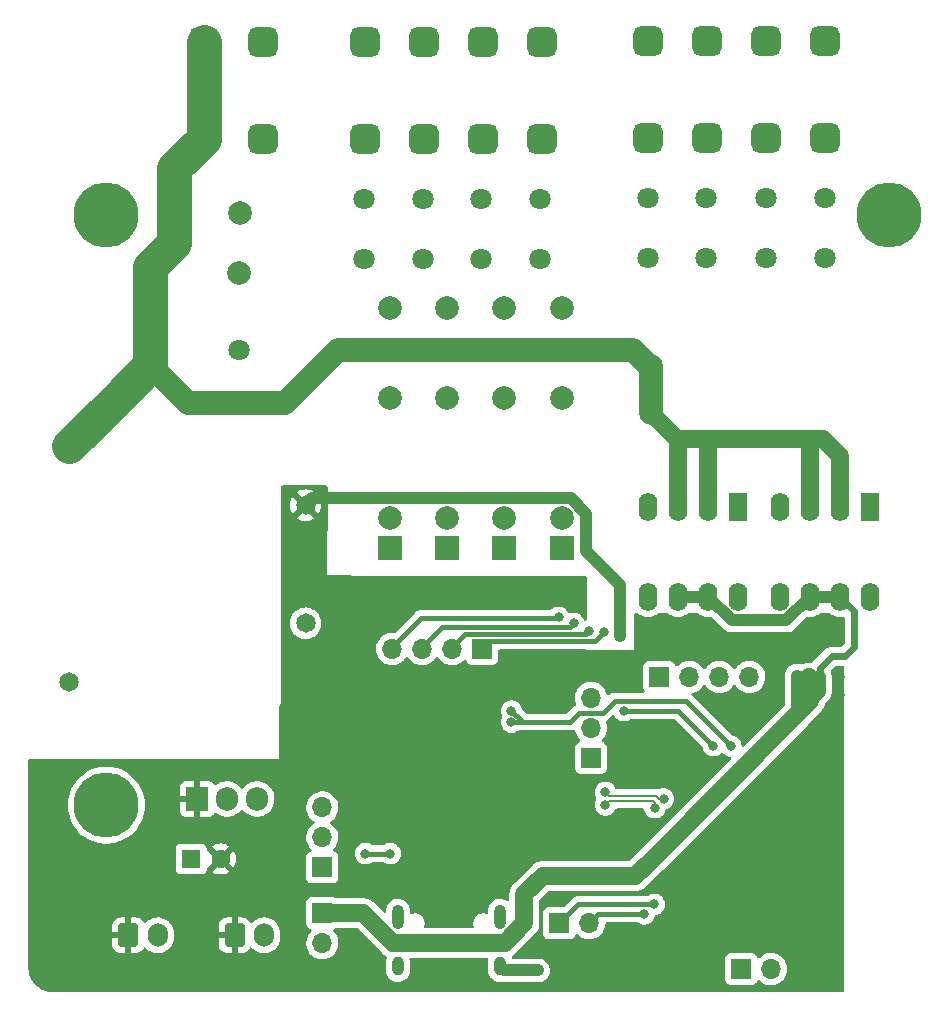
<source format=gbl>
G04 #@! TF.GenerationSoftware,KiCad,Pcbnew,(6.0.7)*
G04 #@! TF.CreationDate,2022-10-27T11:48:35+02:00*
G04 #@! TF.ProjectId,hamodule,68616d6f-6475-46c6-952e-6b696361645f,V.20221027.22*
G04 #@! TF.SameCoordinates,Original*
G04 #@! TF.FileFunction,Copper,L2,Bot*
G04 #@! TF.FilePolarity,Positive*
%FSLAX46Y46*%
G04 Gerber Fmt 4.6, Leading zero omitted, Abs format (unit mm)*
G04 Created by KiCad (PCBNEW (6.0.7)) date 2022-10-27 11:48:35*
%MOMM*%
%LPD*%
G01*
G04 APERTURE LIST*
G04 Aperture macros list*
%AMRoundRect*
0 Rectangle with rounded corners*
0 $1 Rounding radius*
0 $2 $3 $4 $5 $6 $7 $8 $9 X,Y pos of 4 corners*
0 Add a 4 corners polygon primitive as box body*
4,1,4,$2,$3,$4,$5,$6,$7,$8,$9,$2,$3,0*
0 Add four circle primitives for the rounded corners*
1,1,$1+$1,$2,$3*
1,1,$1+$1,$4,$5*
1,1,$1+$1,$6,$7*
1,1,$1+$1,$8,$9*
0 Add four rect primitives between the rounded corners*
20,1,$1+$1,$2,$3,$4,$5,0*
20,1,$1+$1,$4,$5,$6,$7,0*
20,1,$1+$1,$6,$7,$8,$9,0*
20,1,$1+$1,$8,$9,$2,$3,0*%
G04 Aperture macros list end*
G04 #@! TA.AperFunction,ComponentPad*
%ADD10R,1.700000X1.700000*%
G04 #@! TD*
G04 #@! TA.AperFunction,ComponentPad*
%ADD11O,1.700000X1.700000*%
G04 #@! TD*
G04 #@! TA.AperFunction,ComponentPad*
%ADD12C,1.800000*%
G04 #@! TD*
G04 #@! TA.AperFunction,ComponentPad*
%ADD13RoundRect,0.250000X-0.600000X-0.750000X0.600000X-0.750000X0.600000X0.750000X-0.600000X0.750000X0*%
G04 #@! TD*
G04 #@! TA.AperFunction,ComponentPad*
%ADD14O,1.700000X2.000000*%
G04 #@! TD*
G04 #@! TA.AperFunction,ComponentPad*
%ADD15R,1.650000X1.650000*%
G04 #@! TD*
G04 #@! TA.AperFunction,ComponentPad*
%ADD16C,1.650000*%
G04 #@! TD*
G04 #@! TA.AperFunction,ComponentPad*
%ADD17R,1.905000X2.000000*%
G04 #@! TD*
G04 #@! TA.AperFunction,ComponentPad*
%ADD18O,1.905000X2.000000*%
G04 #@! TD*
G04 #@! TA.AperFunction,ComponentPad*
%ADD19RoundRect,0.625000X0.625000X0.625000X-0.625000X0.625000X-0.625000X-0.625000X0.625000X-0.625000X0*%
G04 #@! TD*
G04 #@! TA.AperFunction,ComponentPad*
%ADD20C,2.000000*%
G04 #@! TD*
G04 #@! TA.AperFunction,ComponentPad*
%ADD21C,5.500000*%
G04 #@! TD*
G04 #@! TA.AperFunction,ComponentPad*
%ADD22R,1.600000X2.400000*%
G04 #@! TD*
G04 #@! TA.AperFunction,ComponentPad*
%ADD23O,1.600000X2.400000*%
G04 #@! TD*
G04 #@! TA.AperFunction,ComponentPad*
%ADD24O,1.000000X2.100000*%
G04 #@! TD*
G04 #@! TA.AperFunction,ComponentPad*
%ADD25O,1.000000X1.600000*%
G04 #@! TD*
G04 #@! TA.AperFunction,ComponentPad*
%ADD26R,2.000000X2.000000*%
G04 #@! TD*
G04 #@! TA.AperFunction,ComponentPad*
%ADD27R,1.600000X1.600000*%
G04 #@! TD*
G04 #@! TA.AperFunction,ComponentPad*
%ADD28C,1.600000*%
G04 #@! TD*
G04 #@! TA.AperFunction,SMDPad,CuDef*
%ADD29C,2.000000*%
G04 #@! TD*
G04 #@! TA.AperFunction,ViaPad*
%ADD30C,0.800000*%
G04 #@! TD*
G04 #@! TA.AperFunction,Conductor*
%ADD31C,1.000000*%
G04 #@! TD*
G04 #@! TA.AperFunction,Conductor*
%ADD32C,1.500000*%
G04 #@! TD*
G04 #@! TA.AperFunction,Conductor*
%ADD33C,0.600000*%
G04 #@! TD*
G04 #@! TA.AperFunction,Conductor*
%ADD34C,0.400000*%
G04 #@! TD*
G04 #@! TA.AperFunction,Conductor*
%ADD35C,3.000000*%
G04 #@! TD*
G04 #@! TA.AperFunction,Conductor*
%ADD36C,2.000000*%
G04 #@! TD*
G04 #@! TA.AperFunction,Conductor*
%ADD37C,0.200000*%
G04 #@! TD*
G04 APERTURE END LIST*
G36*
X85074500Y-66008000D02*
G01*
X83074500Y-66008000D01*
X83074500Y-62008000D01*
X85074500Y-62008000D01*
X85074500Y-66008000D01*
G37*
D10*
X56261500Y-108343700D03*
D11*
X56261500Y-110883700D03*
D12*
X41703800Y-59011450D03*
X49203800Y-60644780D03*
D13*
X48832000Y-110219000D03*
D14*
X51332000Y-110219000D03*
D15*
X34839100Y-68805000D03*
D16*
X34839100Y-88805000D03*
X54839100Y-83805000D03*
X54839100Y-73805000D03*
D17*
X45657000Y-98679000D03*
D18*
X48197000Y-98679000D03*
X50737000Y-98679000D03*
D19*
X74849500Y-42758500D03*
X74849500Y-34558501D03*
X69849500Y-42758500D03*
X69849500Y-34558501D03*
X64849500Y-42758500D03*
X64849500Y-34558501D03*
X59849500Y-42758500D03*
X59849500Y-34558501D03*
X51203100Y-42782099D03*
X51203100Y-34582100D03*
X46203100Y-42782099D03*
X46203100Y-34582100D03*
X98809500Y-42718499D03*
X98809500Y-34518500D03*
X93809500Y-42718499D03*
X93809500Y-34518500D03*
X88809500Y-42718499D03*
X88809500Y-34518500D03*
X83809500Y-42718499D03*
X83809500Y-34518500D03*
D20*
X49249500Y-49088500D03*
X49239500Y-54168500D03*
D21*
X104267500Y-49212500D03*
X37973500Y-49212500D03*
D22*
X91454274Y-73923320D03*
D23*
X88914274Y-73923320D03*
X86374274Y-73923320D03*
X83834274Y-73923320D03*
X83834274Y-81543320D03*
X86374274Y-81543320D03*
X88914274Y-81543320D03*
X91454274Y-81543320D03*
D22*
X102630274Y-73923320D03*
D23*
X100090274Y-73923320D03*
X97550274Y-73923320D03*
X95010274Y-73923320D03*
X95010274Y-81543320D03*
X97550274Y-81543320D03*
X100090274Y-81543320D03*
X102630274Y-81543320D03*
D13*
X39835000Y-110219000D03*
D14*
X42335000Y-110219000D03*
D10*
X84783000Y-88341600D03*
D11*
X87323000Y-88341600D03*
X89863000Y-88341600D03*
X92403000Y-88341600D03*
D10*
X91720000Y-113080000D03*
D11*
X94260000Y-113080000D03*
D10*
X56261500Y-104470200D03*
D11*
X56261500Y-101930200D03*
X56261500Y-99390200D03*
D10*
X79000000Y-95200000D03*
D11*
X79000000Y-92660000D03*
X79000000Y-90120000D03*
D12*
X88773500Y-52895500D03*
X88773500Y-47815500D03*
X98831900Y-52895500D03*
X98831900Y-47815500D03*
D10*
X76325000Y-109200000D03*
D11*
X78865000Y-109200000D03*
D12*
X74690000Y-52959000D03*
X74690000Y-47879000D03*
D24*
X71296000Y-108675900D03*
D25*
X62656000Y-112855900D03*
D24*
X62656000Y-108675900D03*
D25*
X71296000Y-112855900D03*
D12*
X93802700Y-52895500D03*
X93802700Y-47815500D03*
D26*
X61976000Y-77470000D03*
D20*
X61976000Y-74930000D03*
X61976000Y-64770000D03*
X61976000Y-57150000D03*
D26*
X66802000Y-77470000D03*
D20*
X66802000Y-74930000D03*
X66802000Y-64770000D03*
X66802000Y-57150000D03*
D12*
X64770000Y-52959000D03*
X64770000Y-47879000D03*
D26*
X76581000Y-77470000D03*
D20*
X76581000Y-74930000D03*
X76581000Y-64770000D03*
X76581000Y-57150000D03*
D26*
X71628000Y-77470000D03*
D20*
X71628000Y-74930000D03*
X71628000Y-64770000D03*
X71628000Y-57150000D03*
D27*
X45149000Y-103759000D03*
D28*
X47649000Y-103759000D03*
D12*
X83795100Y-52895500D03*
X83795100Y-47815500D03*
X59817000Y-52959000D03*
X59817000Y-47879000D03*
D10*
X69787000Y-85979000D03*
D11*
X67247000Y-85979000D03*
X64707000Y-85979000D03*
X62167000Y-85979000D03*
D21*
X37973500Y-99212500D03*
D12*
X69690000Y-52959000D03*
X69690000Y-47879000D03*
D29*
X84074500Y-62008000D03*
X84074500Y-66008000D03*
D30*
X73800000Y-106500000D03*
X96457000Y-88392000D03*
X97434900Y-88392000D03*
X98374700Y-88392000D03*
X74500000Y-105600000D03*
X76264000Y-83312000D03*
X77534000Y-83820000D03*
X78804000Y-84455000D03*
X80074000Y-84582000D03*
X72269500Y-92170500D03*
X72269500Y-91230500D03*
X90850000Y-94200000D03*
X59900000Y-103300000D03*
X62000000Y-103300000D03*
X95700000Y-102700000D03*
X91100000Y-99800000D03*
X100063800Y-88392000D03*
X88329000Y-83947000D03*
X54229000Y-104267000D03*
X86906600Y-83896200D03*
X99149400Y-83845400D03*
X100087000Y-89916000D03*
X63500000Y-100800000D03*
X98285800Y-83845400D03*
X93790000Y-89662000D03*
X63200000Y-102100000D03*
X70500000Y-100800000D03*
X94200000Y-102700000D03*
X75000000Y-102800000D03*
X54229000Y-102489000D03*
X38608000Y-106299000D03*
X88430600Y-85420200D03*
X38608000Y-104267000D03*
X66995998Y-106036400D03*
X95800000Y-97100000D03*
X63487800Y-81026000D03*
X85100000Y-112000000D03*
X85100000Y-113100000D03*
X99100000Y-85400000D03*
X97981000Y-85344000D03*
X90300000Y-100600000D03*
X54229000Y-106299000D03*
X70800000Y-102000000D03*
X81423511Y-84883489D03*
X62600000Y-106440000D03*
X88200000Y-96600000D03*
X86906600Y-85420200D03*
X75883000Y-90932000D03*
X85100000Y-114300000D03*
X71070000Y-106370000D03*
X70150000Y-91250000D03*
X78613000Y-77724000D03*
X87500000Y-97300000D03*
X75969500Y-93395800D03*
X92800000Y-102700000D03*
X70150000Y-93250000D03*
X84357066Y-107600500D03*
X83500000Y-108400000D03*
X81800000Y-91200000D03*
X89360000Y-94170000D03*
X84408768Y-99421232D03*
X80223958Y-99172500D03*
X80223958Y-98122500D03*
X85151232Y-98678768D03*
X74500000Y-113200000D03*
D31*
X96457000Y-88392000D02*
X98374700Y-88392000D01*
X96435000Y-89894000D02*
X96435000Y-91525000D01*
X96431582Y-89890582D02*
X96435000Y-89894000D01*
D32*
X84130000Y-103830000D02*
X96435000Y-91525000D01*
X96435000Y-91525000D02*
X97560000Y-90400000D01*
D31*
X98374700Y-89585300D02*
X97560000Y-90400000D01*
X98374700Y-88392000D02*
X98374700Y-89585300D01*
X86374274Y-81543320D02*
X88933633Y-81543320D01*
D32*
X71692510Y-110880000D02*
X73361255Y-109211255D01*
D31*
X96457000Y-88392000D02*
X96457000Y-89297000D01*
X96431582Y-88239582D02*
X96431582Y-89890582D01*
D32*
X97434900Y-89177220D02*
X97434900Y-88392000D01*
X73361255Y-106738745D02*
X74900000Y-105200000D01*
D31*
X88933633Y-81543320D02*
X90956313Y-83566000D01*
D32*
X62259490Y-110880000D02*
X71692510Y-110880000D01*
D31*
X96431582Y-89890582D02*
X96576560Y-90035560D01*
D33*
X99378000Y-86614000D02*
X100521000Y-86614000D01*
D32*
X74900000Y-105200000D02*
X82760000Y-105200000D01*
D33*
X100521000Y-86614000D02*
X101283000Y-85852000D01*
D31*
X100090274Y-81543320D02*
X97550274Y-81543320D01*
D33*
X98374700Y-88392000D02*
X98374700Y-87617300D01*
D32*
X82760000Y-105200000D02*
X84130000Y-103830000D01*
D33*
X101283000Y-85852000D02*
X101283000Y-82736046D01*
D31*
X95527594Y-83566000D02*
X97550274Y-81543320D01*
D32*
X56261500Y-108343700D02*
X59723190Y-108343700D01*
D31*
X98374700Y-88392000D02*
X98220120Y-88392000D01*
D32*
X73361255Y-109211255D02*
X73361255Y-106738745D01*
D33*
X98374700Y-87617300D02*
X99378000Y-86614000D01*
D31*
X90956313Y-83566000D02*
X95527594Y-83566000D01*
D32*
X59723190Y-108343700D02*
X62259490Y-110880000D01*
D31*
X96457000Y-89297000D02*
X97560000Y-90400000D01*
X98220120Y-88392000D02*
X97434900Y-89177220D01*
D33*
X101283000Y-82736046D02*
X100090274Y-81543320D01*
D34*
X62167000Y-85827000D02*
X64615551Y-83378449D01*
X64615551Y-83378449D02*
X76197551Y-83378449D01*
X76197551Y-83378449D02*
X76264000Y-83312000D01*
X66422489Y-84111511D02*
X64707000Y-85827000D01*
X77534000Y-83820000D02*
X77242489Y-84111511D01*
X77242489Y-84111511D02*
X66422489Y-84111511D01*
X78804000Y-84455000D02*
X78547969Y-84711031D01*
X68362969Y-84711031D02*
X67247000Y-85827000D01*
X78547969Y-84711031D02*
X68362969Y-84711031D01*
X71785551Y-85310551D02*
X70455449Y-85310551D01*
X79345449Y-85310551D02*
X71785551Y-85310551D01*
X80074000Y-84582000D02*
X79345449Y-85310551D01*
X70455449Y-85310551D02*
X69787000Y-85979000D01*
D35*
X46203100Y-34582100D02*
X46203100Y-38823900D01*
X41703800Y-59011450D02*
X41703800Y-61940300D01*
X41703800Y-59011450D02*
X41703800Y-53613238D01*
X41703800Y-53613238D02*
X43723011Y-51594027D01*
X43723011Y-45262188D02*
X46203100Y-42782099D01*
X38614050Y-65030050D02*
X34839100Y-68805000D01*
D36*
X53086000Y-65151000D02*
X44914500Y-65151000D01*
D35*
X41703800Y-61940300D02*
X38614050Y-65030050D01*
D36*
X59398454Y-60649511D02*
X82557511Y-60649511D01*
D35*
X46203100Y-38823900D02*
X46203100Y-42782099D01*
D36*
X59398454Y-60649511D02*
X57587489Y-60649511D01*
X44914500Y-65151000D02*
X41703800Y-61940300D01*
D35*
X43723011Y-51594027D02*
X43723011Y-45262188D01*
D36*
X82557511Y-60649511D02*
X84074500Y-62166500D01*
X57587489Y-60649511D02*
X53086000Y-65151000D01*
D34*
X73129500Y-92090500D02*
X72269500Y-91230500D01*
X87050000Y-90400000D02*
X90850000Y-94200000D01*
X81000000Y-90400000D02*
X87050000Y-90400000D01*
X73129500Y-92170500D02*
X77229500Y-92170500D01*
X77229500Y-92170500D02*
X78000000Y-91400000D01*
X73129500Y-92170500D02*
X73129500Y-92090500D01*
X78000000Y-91400000D02*
X80000000Y-91400000D01*
X72269500Y-92170500D02*
X73129500Y-92170500D01*
X80000000Y-91400000D02*
X81000000Y-90400000D01*
X62000000Y-103300000D02*
X59900000Y-103300000D01*
D31*
X55413611Y-73230489D02*
X54839100Y-73805000D01*
X81423511Y-80534511D02*
X81423511Y-81898489D01*
X77284962Y-73230489D02*
X55413611Y-73230489D01*
X78613000Y-77724000D02*
X81423511Y-80534511D01*
X81423511Y-81898489D02*
X81423511Y-84883489D01*
X78613000Y-77724000D02*
X78613000Y-74558527D01*
X78613000Y-74558527D02*
X77284962Y-73230489D01*
D34*
X76325000Y-109200000D02*
X77924500Y-107600500D01*
X77924500Y-107600500D02*
X84357066Y-107600500D01*
X79600000Y-108400000D02*
X78865000Y-109135000D01*
X83500000Y-108400000D02*
X79600000Y-108400000D01*
X78865000Y-109135000D02*
X78865000Y-109200000D01*
D32*
X84074500Y-66008000D02*
X86265500Y-68199000D01*
X86265500Y-68199000D02*
X88710000Y-68199000D01*
X97550274Y-68276274D02*
X97473000Y-68199000D01*
X86374274Y-68307774D02*
X86265500Y-68199000D01*
X97550274Y-73923320D02*
X97550274Y-68276274D01*
X88914274Y-73923320D02*
X88914274Y-68403274D01*
X98616000Y-68199000D02*
X100090274Y-69673274D01*
X86374274Y-73923320D02*
X86374274Y-68307774D01*
X88914274Y-68403274D02*
X88710000Y-68199000D01*
X88710000Y-68199000D02*
X97473000Y-68199000D01*
X100090274Y-69673274D02*
X100090274Y-73923320D01*
X97473000Y-68199000D02*
X98616000Y-68199000D01*
D34*
X86390000Y-91200000D02*
X81800000Y-91200000D01*
X89360000Y-94170000D02*
X86390000Y-91200000D01*
D37*
X80523957Y-98872501D02*
X84284302Y-98872501D01*
X84284302Y-98872501D02*
X84408768Y-98996967D01*
X80223958Y-99172500D02*
X80523957Y-98872501D01*
X84408768Y-98996967D02*
X84408768Y-99421232D01*
X80523957Y-98422499D02*
X84470698Y-98422499D01*
X80223958Y-98122500D02*
X80523957Y-98422499D01*
X84470698Y-98422499D02*
X84726967Y-98678768D01*
X84726967Y-98678768D02*
X85151232Y-98678768D01*
D31*
X71640100Y-113200000D02*
X71296000Y-112855900D01*
X74500000Y-113200000D02*
X71640100Y-113200000D01*
G04 #@! TA.AperFunction,Conductor*
G36*
X56646109Y-72156502D02*
G01*
X56692602Y-72210158D01*
X56703988Y-72262699D01*
X56692119Y-79751538D01*
X60837206Y-79760137D01*
X78537656Y-79796857D01*
X78605735Y-79817001D01*
X78652117Y-79870753D01*
X78663395Y-79922580D01*
X78670802Y-83288774D01*
X78671161Y-83452129D01*
X78651309Y-83520293D01*
X78597755Y-83566904D01*
X78571358Y-83575653D01*
X78531265Y-83584175D01*
X78460474Y-83578773D01*
X78403841Y-83535956D01*
X78385235Y-83499865D01*
X78370568Y-83454725D01*
X78370567Y-83454724D01*
X78368527Y-83448444D01*
X78273040Y-83283056D01*
X78236784Y-83242789D01*
X78149675Y-83146045D01*
X78149674Y-83146044D01*
X78145253Y-83141134D01*
X77990752Y-83028882D01*
X77984724Y-83026198D01*
X77984722Y-83026197D01*
X77822319Y-82953891D01*
X77822318Y-82953891D01*
X77816288Y-82951206D01*
X77709630Y-82928535D01*
X77635944Y-82912872D01*
X77635939Y-82912872D01*
X77629487Y-82911500D01*
X77438513Y-82911500D01*
X77432061Y-82912872D01*
X77432056Y-82912872D01*
X77315737Y-82937597D01*
X77251712Y-82951206D01*
X77245679Y-82953892D01*
X77245676Y-82953893D01*
X77238438Y-82957116D01*
X77168071Y-82966551D01*
X77103774Y-82936445D01*
X77078069Y-82905010D01*
X77045595Y-82848763D01*
X77003040Y-82775056D01*
X76997368Y-82768756D01*
X76879675Y-82638045D01*
X76879674Y-82638044D01*
X76875253Y-82633134D01*
X76720752Y-82520882D01*
X76714724Y-82518198D01*
X76714722Y-82518197D01*
X76552319Y-82445891D01*
X76552318Y-82445891D01*
X76546288Y-82443206D01*
X76452888Y-82423353D01*
X76365944Y-82404872D01*
X76365939Y-82404872D01*
X76359487Y-82403500D01*
X76168513Y-82403500D01*
X76162061Y-82404872D01*
X76162056Y-82404872D01*
X76075112Y-82423353D01*
X75981712Y-82443206D01*
X75975682Y-82445891D01*
X75975681Y-82445891D01*
X75813278Y-82518197D01*
X75813276Y-82518198D01*
X75807248Y-82520882D01*
X75801907Y-82524762D01*
X75801906Y-82524763D01*
X75698257Y-82600069D01*
X75652747Y-82633134D01*
X75648665Y-82637668D01*
X75584824Y-82668303D01*
X75564524Y-82669949D01*
X64644463Y-82669949D01*
X64635893Y-82669657D01*
X64585775Y-82666240D01*
X64585771Y-82666240D01*
X64578199Y-82665724D01*
X64570722Y-82667029D01*
X64570721Y-82667029D01*
X64544243Y-82671650D01*
X64515248Y-82676711D01*
X64508730Y-82677672D01*
X64445309Y-82685347D01*
X64438208Y-82688030D01*
X64435599Y-82688671D01*
X64419289Y-82693134D01*
X64416753Y-82693899D01*
X64409267Y-82695206D01*
X64402310Y-82698260D01*
X64350756Y-82720891D01*
X64344652Y-82723382D01*
X64284895Y-82745962D01*
X64278632Y-82750266D01*
X64276266Y-82751503D01*
X64261454Y-82759748D01*
X64259200Y-82761081D01*
X64252246Y-82764134D01*
X64201549Y-82803036D01*
X64196219Y-82806908D01*
X64149831Y-82838788D01*
X64149826Y-82838793D01*
X64143570Y-82843092D01*
X64138519Y-82848762D01*
X64138517Y-82848763D01*
X64102116Y-82889619D01*
X64097135Y-82894895D01*
X62405209Y-84586821D01*
X62342897Y-84620847D01*
X62304260Y-84623167D01*
X62300364Y-84622799D01*
X62295284Y-84621894D01*
X62229174Y-84621086D01*
X62077081Y-84619228D01*
X62077079Y-84619228D01*
X62071911Y-84619165D01*
X61851091Y-84652955D01*
X61638756Y-84722357D01*
X61440607Y-84825507D01*
X61436474Y-84828610D01*
X61436471Y-84828612D01*
X61429853Y-84833581D01*
X61261965Y-84959635D01*
X61107629Y-85121138D01*
X61104715Y-85125410D01*
X61104714Y-85125411D01*
X61019556Y-85250249D01*
X60981743Y-85305680D01*
X60934715Y-85406993D01*
X60895953Y-85490500D01*
X60887688Y-85508305D01*
X60827989Y-85723570D01*
X60804251Y-85945695D01*
X60804548Y-85950848D01*
X60804548Y-85950851D01*
X60813246Y-86101696D01*
X60817110Y-86168715D01*
X60818247Y-86173761D01*
X60818248Y-86173767D01*
X60833613Y-86241945D01*
X60866222Y-86386639D01*
X60950266Y-86593616D01*
X60987685Y-86654678D01*
X61064291Y-86779688D01*
X61066987Y-86784088D01*
X61213250Y-86952938D01*
X61385126Y-87095632D01*
X61578000Y-87208338D01*
X61582825Y-87210180D01*
X61582826Y-87210181D01*
X61613992Y-87222082D01*
X61786692Y-87288030D01*
X61791760Y-87289061D01*
X61791763Y-87289062D01*
X61859519Y-87302847D01*
X62005597Y-87332567D01*
X62010772Y-87332757D01*
X62010774Y-87332757D01*
X62223673Y-87340564D01*
X62223677Y-87340564D01*
X62228837Y-87340753D01*
X62233957Y-87340097D01*
X62233959Y-87340097D01*
X62445288Y-87313025D01*
X62445289Y-87313025D01*
X62450416Y-87312368D01*
X62491667Y-87299992D01*
X62659429Y-87249661D01*
X62659434Y-87249659D01*
X62664384Y-87248174D01*
X62864994Y-87149896D01*
X63046860Y-87020173D01*
X63074501Y-86992629D01*
X63142086Y-86925279D01*
X63205096Y-86862489D01*
X63264594Y-86779689D01*
X63335453Y-86681077D01*
X63336776Y-86682028D01*
X63383645Y-86638857D01*
X63453580Y-86626625D01*
X63519026Y-86654144D01*
X63546875Y-86685994D01*
X63606987Y-86784088D01*
X63753250Y-86952938D01*
X63925126Y-87095632D01*
X64118000Y-87208338D01*
X64122825Y-87210180D01*
X64122826Y-87210181D01*
X64153992Y-87222082D01*
X64326692Y-87288030D01*
X64331760Y-87289061D01*
X64331763Y-87289062D01*
X64399519Y-87302847D01*
X64545597Y-87332567D01*
X64550772Y-87332757D01*
X64550774Y-87332757D01*
X64763673Y-87340564D01*
X64763677Y-87340564D01*
X64768837Y-87340753D01*
X64773957Y-87340097D01*
X64773959Y-87340097D01*
X64985288Y-87313025D01*
X64985289Y-87313025D01*
X64990416Y-87312368D01*
X65031667Y-87299992D01*
X65199429Y-87249661D01*
X65199434Y-87249659D01*
X65204384Y-87248174D01*
X65404994Y-87149896D01*
X65586860Y-87020173D01*
X65614501Y-86992629D01*
X65682086Y-86925279D01*
X65745096Y-86862489D01*
X65804594Y-86779689D01*
X65875453Y-86681077D01*
X65876776Y-86682028D01*
X65923645Y-86638857D01*
X65993580Y-86626625D01*
X66059026Y-86654144D01*
X66086875Y-86685994D01*
X66146987Y-86784088D01*
X66293250Y-86952938D01*
X66465126Y-87095632D01*
X66658000Y-87208338D01*
X66662825Y-87210180D01*
X66662826Y-87210181D01*
X66693992Y-87222082D01*
X66866692Y-87288030D01*
X66871760Y-87289061D01*
X66871763Y-87289062D01*
X66939519Y-87302847D01*
X67085597Y-87332567D01*
X67090772Y-87332757D01*
X67090774Y-87332757D01*
X67303673Y-87340564D01*
X67303677Y-87340564D01*
X67308837Y-87340753D01*
X67313957Y-87340097D01*
X67313959Y-87340097D01*
X67525288Y-87313025D01*
X67525289Y-87313025D01*
X67530416Y-87312368D01*
X67571667Y-87299992D01*
X67739429Y-87249661D01*
X67739434Y-87249659D01*
X67744384Y-87248174D01*
X67944994Y-87149896D01*
X68126860Y-87020173D01*
X68235091Y-86912319D01*
X68297462Y-86878404D01*
X68368268Y-86883592D01*
X68425030Y-86926238D01*
X68442012Y-86957341D01*
X68467525Y-87025395D01*
X68486385Y-87075705D01*
X68573739Y-87192261D01*
X68690295Y-87279615D01*
X68826684Y-87330745D01*
X68888866Y-87337500D01*
X70685134Y-87337500D01*
X70747316Y-87330745D01*
X70883705Y-87279615D01*
X71000261Y-87192261D01*
X71087615Y-87075705D01*
X71138745Y-86939316D01*
X71145500Y-86877134D01*
X71145500Y-86145051D01*
X71165502Y-86076930D01*
X71219158Y-86030437D01*
X71271500Y-86019051D01*
X78562478Y-86019051D01*
X78630599Y-86039053D01*
X78676970Y-86092569D01*
X78677000Y-86106000D01*
X82614000Y-86106000D01*
X82614000Y-83056107D01*
X82634002Y-82987986D01*
X82687658Y-82941493D01*
X82739904Y-82930107D01*
X82878696Y-82930001D01*
X82922232Y-82929968D01*
X82994596Y-82952754D01*
X83177525Y-83080843D01*
X83182507Y-83083166D01*
X83182512Y-83083169D01*
X83295173Y-83135703D01*
X83385031Y-83177604D01*
X83390339Y-83179026D01*
X83390341Y-83179027D01*
X83600872Y-83235439D01*
X83600874Y-83235439D01*
X83606187Y-83236863D01*
X83834274Y-83256818D01*
X84062361Y-83236863D01*
X84067674Y-83235439D01*
X84067676Y-83235439D01*
X84278207Y-83179027D01*
X84278209Y-83179026D01*
X84283517Y-83177604D01*
X84373375Y-83135703D01*
X84486036Y-83083169D01*
X84486041Y-83083166D01*
X84491023Y-83080843D01*
X84675929Y-82951370D01*
X84748104Y-82928583D01*
X84810773Y-82928535D01*
X85459482Y-82928043D01*
X85531847Y-82950830D01*
X85717525Y-83080843D01*
X85722507Y-83083166D01*
X85722512Y-83083169D01*
X85835173Y-83135703D01*
X85925031Y-83177604D01*
X85930339Y-83179026D01*
X85930341Y-83179027D01*
X86140872Y-83235439D01*
X86140874Y-83235439D01*
X86146187Y-83236863D01*
X86374274Y-83256818D01*
X86602361Y-83236863D01*
X86607674Y-83235439D01*
X86607676Y-83235439D01*
X86818207Y-83179027D01*
X86818209Y-83179026D01*
X86823517Y-83177604D01*
X86913375Y-83135703D01*
X87026036Y-83083169D01*
X87026041Y-83083166D01*
X87031023Y-83080843D01*
X87218574Y-82949518D01*
X87220077Y-82951665D01*
X87275144Y-82927648D01*
X87290842Y-82926654D01*
X87996878Y-82926119D01*
X88065013Y-82946069D01*
X88069882Y-82949650D01*
X88069974Y-82949518D01*
X88257525Y-83080843D01*
X88262507Y-83083166D01*
X88262512Y-83083169D01*
X88375173Y-83135703D01*
X88465031Y-83177604D01*
X88470339Y-83179026D01*
X88470341Y-83179027D01*
X88680872Y-83235439D01*
X88680874Y-83235439D01*
X88686187Y-83236863D01*
X88914274Y-83256818D01*
X88919749Y-83256339D01*
X89137698Y-83237271D01*
X89207303Y-83251260D01*
X89237775Y-83273697D01*
X90199462Y-84235384D01*
X90208564Y-84245527D01*
X90232281Y-84275025D01*
X90270759Y-84307312D01*
X90274375Y-84310467D01*
X90276201Y-84312123D01*
X90278387Y-84314309D01*
X90280767Y-84316264D01*
X90280777Y-84316273D01*
X90311581Y-84341576D01*
X90312596Y-84342418D01*
X90383787Y-84402154D01*
X90388461Y-84404723D01*
X90392574Y-84408102D01*
X90398011Y-84411017D01*
X90398012Y-84411018D01*
X90474360Y-84451955D01*
X90475490Y-84452568D01*
X90487680Y-84459269D01*
X90515449Y-84474535D01*
X90557100Y-84497433D01*
X90562182Y-84499045D01*
X90566876Y-84501562D01*
X90655844Y-84528762D01*
X90656872Y-84529082D01*
X90745619Y-84557235D01*
X90750915Y-84557829D01*
X90756011Y-84559387D01*
X90848535Y-84568785D01*
X90849655Y-84568905D01*
X90882977Y-84572642D01*
X90896043Y-84574108D01*
X90896047Y-84574108D01*
X90899540Y-84574500D01*
X90903067Y-84574500D01*
X90904070Y-84574556D01*
X90909754Y-84575003D01*
X90935170Y-84577585D01*
X90946649Y-84578751D01*
X90946651Y-84578751D01*
X90952775Y-84579373D01*
X90998414Y-84575059D01*
X91010270Y-84574500D01*
X95465751Y-84574500D01*
X95479358Y-84575237D01*
X95510856Y-84578659D01*
X95510861Y-84578659D01*
X95516982Y-84579324D01*
X95543232Y-84577027D01*
X95566982Y-84574950D01*
X95571808Y-84574621D01*
X95574280Y-84574500D01*
X95577363Y-84574500D01*
X95589332Y-84573326D01*
X95620100Y-84570310D01*
X95621413Y-84570188D01*
X95665678Y-84566315D01*
X95714007Y-84562087D01*
X95719126Y-84560600D01*
X95724427Y-84560080D01*
X95813428Y-84533209D01*
X95814561Y-84532874D01*
X95898008Y-84508630D01*
X95898012Y-84508628D01*
X95903930Y-84506909D01*
X95908662Y-84504456D01*
X95913763Y-84502916D01*
X95920767Y-84499192D01*
X95995854Y-84459269D01*
X95997020Y-84458657D01*
X96074047Y-84418729D01*
X96079520Y-84415892D01*
X96083683Y-84412569D01*
X96088390Y-84410066D01*
X96094732Y-84404894D01*
X96110453Y-84392072D01*
X96160512Y-84351245D01*
X96161368Y-84350554D01*
X96200567Y-84319262D01*
X96203071Y-84316758D01*
X96203789Y-84316116D01*
X96208122Y-84312415D01*
X96241656Y-84285065D01*
X96270882Y-84249737D01*
X96278871Y-84240958D01*
X97244575Y-83275254D01*
X97306887Y-83241228D01*
X97344649Y-83238828D01*
X97550274Y-83256818D01*
X97778361Y-83236863D01*
X97783674Y-83235439D01*
X97783676Y-83235439D01*
X97994207Y-83179027D01*
X97994209Y-83179026D01*
X97999517Y-83177604D01*
X98089375Y-83135703D01*
X98202036Y-83083169D01*
X98202041Y-83083166D01*
X98207023Y-83080843D01*
X98394574Y-82949518D01*
X98396745Y-82947347D01*
X98461092Y-82919182D01*
X98476944Y-82918168D01*
X99162783Y-82917647D01*
X99230918Y-82937597D01*
X99242783Y-82946327D01*
X99245974Y-82949518D01*
X99250476Y-82952670D01*
X99250478Y-82952672D01*
X99299462Y-82986971D01*
X99433525Y-83080843D01*
X99438507Y-83083166D01*
X99438512Y-83083169D01*
X99551173Y-83135703D01*
X99641031Y-83177604D01*
X99646339Y-83179026D01*
X99646341Y-83179027D01*
X99856872Y-83235439D01*
X99856874Y-83235439D01*
X99862187Y-83236863D01*
X100090274Y-83256818D01*
X100318361Y-83236863D01*
X100323673Y-83235440D01*
X100326620Y-83234920D01*
X100397179Y-83242789D01*
X100452283Y-83287556D01*
X100474500Y-83359006D01*
X100474500Y-85464918D01*
X100454498Y-85533039D01*
X100437595Y-85554013D01*
X100223013Y-85768595D01*
X100160701Y-85802621D01*
X100133918Y-85805500D01*
X99387164Y-85805500D01*
X99385845Y-85805493D01*
X99295779Y-85804550D01*
X99288893Y-85806039D01*
X99288891Y-85806039D01*
X99270313Y-85810056D01*
X99253414Y-85813710D01*
X99240835Y-85815770D01*
X99204741Y-85819818D01*
X99204738Y-85819819D01*
X99197745Y-85820603D01*
X99166068Y-85831634D01*
X99151258Y-85835796D01*
X99125378Y-85841391D01*
X99125374Y-85841392D01*
X99118489Y-85842881D01*
X99112105Y-85845858D01*
X99112099Y-85845860D01*
X99079193Y-85861204D01*
X99067384Y-85865999D01*
X99026448Y-85880255D01*
X99020476Y-85883987D01*
X99020469Y-85883990D01*
X98998005Y-85898027D01*
X98984488Y-85905366D01*
X98960481Y-85916561D01*
X98960477Y-85916563D01*
X98954098Y-85919538D01*
X98937504Y-85932410D01*
X98919844Y-85946108D01*
X98909395Y-85953397D01*
X98872624Y-85976374D01*
X98867625Y-85981339D01*
X98867623Y-85981340D01*
X98843815Y-86004983D01*
X98843192Y-86005566D01*
X98842530Y-86006079D01*
X98816680Y-86031929D01*
X98773484Y-86074825D01*
X98743918Y-86104185D01*
X98743258Y-86105225D01*
X98742157Y-86106452D01*
X97809495Y-87039113D01*
X97808558Y-87040040D01*
X97744193Y-87103071D01*
X97743670Y-87102537D01*
X97689586Y-87139618D01*
X97630809Y-87141971D01*
X97630495Y-87144098D01*
X97624951Y-87143279D01*
X97619489Y-87141968D01*
X97535425Y-87137121D01*
X97400817Y-87129360D01*
X97400814Y-87129360D01*
X97395210Y-87129037D01*
X97172185Y-87156025D01*
X96957465Y-87222082D01*
X96856433Y-87274229D01*
X96852453Y-87276283D01*
X96782746Y-87289752D01*
X96757406Y-87284682D01*
X96635350Y-87246900D01*
X96629225Y-87246256D01*
X96629224Y-87246256D01*
X96444786Y-87226871D01*
X96444784Y-87226871D01*
X96438657Y-87226227D01*
X96356158Y-87233735D01*
X96247833Y-87243593D01*
X96247830Y-87243594D01*
X96241694Y-87244152D01*
X96235788Y-87245890D01*
X96235784Y-87245891D01*
X96132521Y-87276283D01*
X96051963Y-87299992D01*
X96046505Y-87302845D01*
X96046501Y-87302847D01*
X95974356Y-87340564D01*
X95876692Y-87391622D01*
X95722557Y-87515550D01*
X95595428Y-87667056D01*
X95592461Y-87672454D01*
X95592457Y-87672459D01*
X95513677Y-87815762D01*
X95500149Y-87840369D01*
X95498288Y-87846236D01*
X95498287Y-87846238D01*
X95442209Y-88023018D01*
X95440347Y-88028888D01*
X95423082Y-88182809D01*
X95423082Y-89828739D01*
X95422345Y-89842346D01*
X95419373Y-89869707D01*
X95418258Y-89879970D01*
X95420555Y-89906220D01*
X95422632Y-89929970D01*
X95422961Y-89934796D01*
X95423082Y-89937268D01*
X95423082Y-89940351D01*
X95423383Y-89943419D01*
X95425899Y-89969082D01*
X95426500Y-89981377D01*
X95426500Y-90701523D01*
X95406498Y-90769644D01*
X95389595Y-90790618D01*
X91970907Y-94209305D01*
X91908595Y-94243331D01*
X91837779Y-94238266D01*
X91780944Y-94195719D01*
X91756502Y-94133380D01*
X91744232Y-94016635D01*
X91744232Y-94016633D01*
X91743542Y-94010072D01*
X91684527Y-93828444D01*
X91589040Y-93663056D01*
X91461253Y-93521134D01*
X91306752Y-93408882D01*
X91300724Y-93406198D01*
X91300722Y-93406197D01*
X91138319Y-93333891D01*
X91138318Y-93333891D01*
X91132288Y-93331206D01*
X91032105Y-93309911D01*
X90979432Y-93298715D01*
X90916534Y-93264563D01*
X87571450Y-89919480D01*
X87565596Y-89913214D01*
X87537234Y-89880702D01*
X87507526Y-89816220D01*
X87517396Y-89745913D01*
X87563709Y-89692103D01*
X87604600Y-89675201D01*
X87606416Y-89674968D01*
X87611357Y-89673486D01*
X87611360Y-89673485D01*
X87815429Y-89612261D01*
X87815434Y-89612259D01*
X87820384Y-89610774D01*
X88020994Y-89512496D01*
X88202860Y-89382773D01*
X88361096Y-89225089D01*
X88491453Y-89043677D01*
X88492776Y-89044628D01*
X88539645Y-89001457D01*
X88609580Y-88989225D01*
X88675026Y-89016744D01*
X88702875Y-89048594D01*
X88762987Y-89146688D01*
X88909250Y-89315538D01*
X88985846Y-89379129D01*
X89067212Y-89446680D01*
X89081126Y-89458232D01*
X89274000Y-89570938D01*
X89482692Y-89650630D01*
X89487760Y-89651661D01*
X89487763Y-89651662D01*
X89585261Y-89671498D01*
X89701597Y-89695167D01*
X89706772Y-89695357D01*
X89706774Y-89695357D01*
X89919673Y-89703164D01*
X89919677Y-89703164D01*
X89924837Y-89703353D01*
X89929957Y-89702697D01*
X89929959Y-89702697D01*
X90141288Y-89675625D01*
X90141289Y-89675625D01*
X90146416Y-89674968D01*
X90157982Y-89671498D01*
X90355429Y-89612261D01*
X90355434Y-89612259D01*
X90360384Y-89610774D01*
X90560994Y-89512496D01*
X90742860Y-89382773D01*
X90901096Y-89225089D01*
X91031453Y-89043677D01*
X91032776Y-89044628D01*
X91079645Y-89001457D01*
X91149580Y-88989225D01*
X91215026Y-89016744D01*
X91242875Y-89048594D01*
X91302987Y-89146688D01*
X91449250Y-89315538D01*
X91525846Y-89379129D01*
X91607212Y-89446680D01*
X91621126Y-89458232D01*
X91814000Y-89570938D01*
X92022692Y-89650630D01*
X92027760Y-89651661D01*
X92027763Y-89651662D01*
X92125261Y-89671498D01*
X92241597Y-89695167D01*
X92246772Y-89695357D01*
X92246774Y-89695357D01*
X92459673Y-89703164D01*
X92459677Y-89703164D01*
X92464837Y-89703353D01*
X92469957Y-89702697D01*
X92469959Y-89702697D01*
X92681288Y-89675625D01*
X92681289Y-89675625D01*
X92686416Y-89674968D01*
X92697982Y-89671498D01*
X92895429Y-89612261D01*
X92895434Y-89612259D01*
X92900384Y-89610774D01*
X93100994Y-89512496D01*
X93282860Y-89382773D01*
X93441096Y-89225089D01*
X93571453Y-89043677D01*
X93592320Y-89001457D01*
X93668136Y-88848053D01*
X93668137Y-88848051D01*
X93670430Y-88843411D01*
X93735370Y-88629669D01*
X93764529Y-88408190D01*
X93766156Y-88341600D01*
X93747852Y-88118961D01*
X93693431Y-87902302D01*
X93604354Y-87697440D01*
X93483014Y-87509877D01*
X93332670Y-87344651D01*
X93328619Y-87341452D01*
X93328615Y-87341448D01*
X93161414Y-87209400D01*
X93161410Y-87209398D01*
X93157359Y-87206198D01*
X93119106Y-87185081D01*
X93069459Y-87157675D01*
X92961789Y-87098238D01*
X92956920Y-87096514D01*
X92956916Y-87096512D01*
X92756087Y-87025395D01*
X92756083Y-87025394D01*
X92751212Y-87023669D01*
X92746119Y-87022762D01*
X92746116Y-87022761D01*
X92536373Y-86985400D01*
X92536367Y-86985399D01*
X92531284Y-86984494D01*
X92457452Y-86983592D01*
X92313081Y-86981828D01*
X92313079Y-86981828D01*
X92307911Y-86981765D01*
X92087091Y-87015555D01*
X91874756Y-87084957D01*
X91849236Y-87098242D01*
X91739531Y-87155351D01*
X91676607Y-87188107D01*
X91672474Y-87191210D01*
X91672471Y-87191212D01*
X91502100Y-87319130D01*
X91497965Y-87322235D01*
X91480896Y-87340097D01*
X91386729Y-87438637D01*
X91343629Y-87483738D01*
X91236201Y-87641221D01*
X91181293Y-87686221D01*
X91110768Y-87694392D01*
X91047021Y-87663138D01*
X91026324Y-87638654D01*
X90945822Y-87514217D01*
X90945820Y-87514214D01*
X90943014Y-87509877D01*
X90792670Y-87344651D01*
X90788619Y-87341452D01*
X90788615Y-87341448D01*
X90621414Y-87209400D01*
X90621410Y-87209398D01*
X90617359Y-87206198D01*
X90579106Y-87185081D01*
X90529459Y-87157675D01*
X90421789Y-87098238D01*
X90416920Y-87096514D01*
X90416916Y-87096512D01*
X90216087Y-87025395D01*
X90216083Y-87025394D01*
X90211212Y-87023669D01*
X90206119Y-87022762D01*
X90206116Y-87022761D01*
X89996373Y-86985400D01*
X89996367Y-86985399D01*
X89991284Y-86984494D01*
X89917452Y-86983592D01*
X89773081Y-86981828D01*
X89773079Y-86981828D01*
X89767911Y-86981765D01*
X89547091Y-87015555D01*
X89334756Y-87084957D01*
X89309236Y-87098242D01*
X89199531Y-87155351D01*
X89136607Y-87188107D01*
X89132474Y-87191210D01*
X89132471Y-87191212D01*
X88962100Y-87319130D01*
X88957965Y-87322235D01*
X88940896Y-87340097D01*
X88846729Y-87438637D01*
X88803629Y-87483738D01*
X88696201Y-87641221D01*
X88641293Y-87686221D01*
X88570768Y-87694392D01*
X88507021Y-87663138D01*
X88486324Y-87638654D01*
X88405822Y-87514217D01*
X88405820Y-87514214D01*
X88403014Y-87509877D01*
X88252670Y-87344651D01*
X88248619Y-87341452D01*
X88248615Y-87341448D01*
X88081414Y-87209400D01*
X88081410Y-87209398D01*
X88077359Y-87206198D01*
X88039106Y-87185081D01*
X87989459Y-87157675D01*
X87881789Y-87098238D01*
X87876920Y-87096514D01*
X87876916Y-87096512D01*
X87676087Y-87025395D01*
X87676083Y-87025394D01*
X87671212Y-87023669D01*
X87666119Y-87022762D01*
X87666116Y-87022761D01*
X87456373Y-86985400D01*
X87456367Y-86985399D01*
X87451284Y-86984494D01*
X87377452Y-86983592D01*
X87233081Y-86981828D01*
X87233079Y-86981828D01*
X87227911Y-86981765D01*
X87007091Y-87015555D01*
X86794756Y-87084957D01*
X86769236Y-87098242D01*
X86659531Y-87155351D01*
X86596607Y-87188107D01*
X86592474Y-87191210D01*
X86592471Y-87191212D01*
X86422100Y-87319130D01*
X86417965Y-87322235D01*
X86356755Y-87386288D01*
X86337283Y-87406664D01*
X86275759Y-87442094D01*
X86204846Y-87438637D01*
X86147060Y-87397391D01*
X86128207Y-87363843D01*
X86086767Y-87253303D01*
X86083615Y-87244895D01*
X85996261Y-87128339D01*
X85879705Y-87040985D01*
X85743316Y-86989855D01*
X85681134Y-86983100D01*
X83884866Y-86983100D01*
X83822684Y-86989855D01*
X83686295Y-87040985D01*
X83569739Y-87128339D01*
X83482385Y-87244895D01*
X83431255Y-87381284D01*
X83424500Y-87443466D01*
X83424500Y-89239734D01*
X83431255Y-89301916D01*
X83482385Y-89438305D01*
X83521081Y-89489937D01*
X83545928Y-89556441D01*
X83530875Y-89625823D01*
X83480701Y-89676054D01*
X83420254Y-89691500D01*
X81028927Y-89691500D01*
X81020358Y-89691208D01*
X80970225Y-89687790D01*
X80970221Y-89687790D01*
X80962648Y-89687274D01*
X80899681Y-89698264D01*
X80893169Y-89699224D01*
X80829758Y-89706898D01*
X80822657Y-89709581D01*
X80820048Y-89710222D01*
X80803728Y-89714687D01*
X80801195Y-89715452D01*
X80793717Y-89716757D01*
X80735190Y-89742448D01*
X80729108Y-89744930D01*
X80708753Y-89752622D01*
X80676449Y-89764828D01*
X80676447Y-89764829D01*
X80669344Y-89767513D01*
X80663085Y-89771814D01*
X80660720Y-89773051D01*
X80645948Y-89781273D01*
X80643656Y-89782628D01*
X80636695Y-89785684D01*
X80630668Y-89790309D01*
X80630664Y-89790311D01*
X80585987Y-89824593D01*
X80580662Y-89828462D01*
X80528019Y-89864643D01*
X80525344Y-89867646D01*
X80462398Y-89897045D01*
X80392041Y-89887543D01*
X80337989Y-89841511D01*
X80321196Y-89803182D01*
X80306272Y-89743769D01*
X80290431Y-89680702D01*
X80201354Y-89475840D01*
X80095123Y-89311632D01*
X80082822Y-89292617D01*
X80082820Y-89292614D01*
X80080014Y-89288277D01*
X79929670Y-89123051D01*
X79925619Y-89119852D01*
X79925615Y-89119848D01*
X79758414Y-88987800D01*
X79758410Y-88987798D01*
X79754359Y-88984598D01*
X79558789Y-88876638D01*
X79553920Y-88874914D01*
X79553916Y-88874912D01*
X79353087Y-88803795D01*
X79353083Y-88803794D01*
X79348212Y-88802069D01*
X79343119Y-88801162D01*
X79343116Y-88801161D01*
X79133373Y-88763800D01*
X79133367Y-88763799D01*
X79128284Y-88762894D01*
X79054452Y-88761992D01*
X78910081Y-88760228D01*
X78910079Y-88760228D01*
X78904911Y-88760165D01*
X78684091Y-88793955D01*
X78471756Y-88863357D01*
X78273607Y-88966507D01*
X78269474Y-88969610D01*
X78269471Y-88969612D01*
X78170826Y-89043677D01*
X78094965Y-89100635D01*
X78091393Y-89104373D01*
X77958793Y-89243131D01*
X77940629Y-89262138D01*
X77937715Y-89266410D01*
X77937714Y-89266411D01*
X77900488Y-89320982D01*
X77814743Y-89446680D01*
X77781756Y-89517745D01*
X77735293Y-89617842D01*
X77720688Y-89649305D01*
X77660989Y-89864570D01*
X77637251Y-90086695D01*
X77637548Y-90091848D01*
X77637548Y-90091851D01*
X77641050Y-90152584D01*
X77650110Y-90309715D01*
X77651247Y-90314761D01*
X77651248Y-90314767D01*
X77668764Y-90392487D01*
X77699222Y-90527639D01*
X77701164Y-90532421D01*
X77701165Y-90532425D01*
X77731623Y-90607433D01*
X77738719Y-90678074D01*
X77706497Y-90741337D01*
X77674475Y-90765574D01*
X77669344Y-90767513D01*
X77663085Y-90771815D01*
X77660718Y-90773052D01*
X77645948Y-90781273D01*
X77643656Y-90782628D01*
X77636695Y-90785684D01*
X77630668Y-90790309D01*
X77630664Y-90790311D01*
X77585987Y-90824593D01*
X77580662Y-90828462D01*
X77528019Y-90864643D01*
X77522967Y-90870313D01*
X77522966Y-90870314D01*
X77486580Y-90911153D01*
X77481600Y-90916429D01*
X76972935Y-91425095D01*
X76910622Y-91459120D01*
X76883839Y-91462000D01*
X73555161Y-91462000D01*
X73487040Y-91441998D01*
X73466066Y-91425095D01*
X73204165Y-91163194D01*
X73170139Y-91100882D01*
X73167950Y-91087269D01*
X73163732Y-91047137D01*
X73163732Y-91047135D01*
X73163042Y-91040572D01*
X73104027Y-90858944D01*
X73085352Y-90826597D01*
X73061730Y-90785684D01*
X73008540Y-90693556D01*
X72972836Y-90653902D01*
X72885175Y-90556545D01*
X72885174Y-90556544D01*
X72880753Y-90551634D01*
X72781657Y-90479636D01*
X72731594Y-90443263D01*
X72731593Y-90443262D01*
X72726252Y-90439382D01*
X72720224Y-90436698D01*
X72720222Y-90436697D01*
X72557819Y-90364391D01*
X72557818Y-90364391D01*
X72551788Y-90361706D01*
X72456477Y-90341447D01*
X72371444Y-90323372D01*
X72371439Y-90323372D01*
X72364987Y-90322000D01*
X72174013Y-90322000D01*
X72167561Y-90323372D01*
X72167556Y-90323372D01*
X72082523Y-90341447D01*
X71987212Y-90361706D01*
X71981182Y-90364391D01*
X71981181Y-90364391D01*
X71818778Y-90436697D01*
X71818776Y-90436698D01*
X71812748Y-90439382D01*
X71807407Y-90443262D01*
X71807406Y-90443263D01*
X71757343Y-90479636D01*
X71658247Y-90551634D01*
X71653826Y-90556544D01*
X71653825Y-90556545D01*
X71566165Y-90653902D01*
X71530460Y-90693556D01*
X71477270Y-90785684D01*
X71453649Y-90826597D01*
X71434973Y-90858944D01*
X71375958Y-91040572D01*
X71355996Y-91230500D01*
X71356686Y-91237065D01*
X71375169Y-91412918D01*
X71375958Y-91420428D01*
X71434973Y-91602056D01*
X71455438Y-91637502D01*
X71472175Y-91706494D01*
X71455438Y-91763498D01*
X71434973Y-91798944D01*
X71375958Y-91980572D01*
X71375268Y-91987133D01*
X71375268Y-91987135D01*
X71366541Y-92070166D01*
X71355996Y-92170500D01*
X71375958Y-92360428D01*
X71434973Y-92542056D01*
X71530460Y-92707444D01*
X71534878Y-92712351D01*
X71534879Y-92712352D01*
X71564686Y-92745456D01*
X71658247Y-92849366D01*
X71699687Y-92879474D01*
X71787039Y-92942939D01*
X71812748Y-92961618D01*
X71818776Y-92964302D01*
X71818778Y-92964303D01*
X71981181Y-93036609D01*
X71987212Y-93039294D01*
X72080613Y-93059147D01*
X72167556Y-93077628D01*
X72167561Y-93077628D01*
X72174013Y-93079000D01*
X72364987Y-93079000D01*
X72371439Y-93077628D01*
X72371444Y-93077628D01*
X72458387Y-93059147D01*
X72551788Y-93039294D01*
X72557819Y-93036609D01*
X72720222Y-92964303D01*
X72720224Y-92964302D01*
X72726252Y-92961618D01*
X72744901Y-92948069D01*
X72806844Y-92903064D01*
X72873711Y-92879206D01*
X72880905Y-92879000D01*
X73120738Y-92879000D01*
X73121398Y-92879002D01*
X73207128Y-92879451D01*
X73207129Y-92879451D01*
X73211531Y-92879474D01*
X73213048Y-92879110D01*
X73214950Y-92879000D01*
X77200588Y-92879000D01*
X77209158Y-92879292D01*
X77259276Y-92882709D01*
X77259280Y-92882709D01*
X77266852Y-92883225D01*
X77274329Y-92881920D01*
X77274330Y-92881920D01*
X77300808Y-92877299D01*
X77329803Y-92872238D01*
X77336321Y-92871277D01*
X77399742Y-92863602D01*
X77406843Y-92860919D01*
X77409452Y-92860278D01*
X77425762Y-92855815D01*
X77428298Y-92855049D01*
X77435784Y-92853743D01*
X77442739Y-92850690D01*
X77442742Y-92850689D01*
X77491683Y-92829205D01*
X77562099Y-92820139D01*
X77626237Y-92850581D01*
X77665246Y-92916877D01*
X77699222Y-93067639D01*
X77783266Y-93274616D01*
X77899987Y-93465088D01*
X78046250Y-93633938D01*
X78050230Y-93637242D01*
X78054981Y-93641187D01*
X78094616Y-93700090D01*
X78096113Y-93771071D01*
X78058997Y-93831593D01*
X78018724Y-93856112D01*
X77903295Y-93899385D01*
X77786739Y-93986739D01*
X77699385Y-94103295D01*
X77648255Y-94239684D01*
X77641500Y-94301866D01*
X77641500Y-96098134D01*
X77648255Y-96160316D01*
X77699385Y-96296705D01*
X77786739Y-96413261D01*
X77903295Y-96500615D01*
X78039684Y-96551745D01*
X78101866Y-96558500D01*
X79898134Y-96558500D01*
X79960316Y-96551745D01*
X80096705Y-96500615D01*
X80213261Y-96413261D01*
X80300615Y-96296705D01*
X80351745Y-96160316D01*
X80358500Y-96098134D01*
X80358500Y-94301866D01*
X80351745Y-94239684D01*
X80300615Y-94103295D01*
X80213261Y-93986739D01*
X80096705Y-93899385D01*
X80084132Y-93894672D01*
X79978203Y-93854960D01*
X79921439Y-93812318D01*
X79896739Y-93745756D01*
X79911947Y-93676408D01*
X79933493Y-93647727D01*
X80034435Y-93547137D01*
X80038096Y-93543489D01*
X80097594Y-93460689D01*
X80165435Y-93366277D01*
X80168453Y-93362077D01*
X80182384Y-93333891D01*
X80265136Y-93166453D01*
X80265137Y-93166451D01*
X80267430Y-93161811D01*
X80327438Y-92964303D01*
X80330865Y-92953023D01*
X80330865Y-92953021D01*
X80332370Y-92948069D01*
X80361529Y-92726590D01*
X80363156Y-92660000D01*
X80344852Y-92437361D01*
X80290431Y-92220702D01*
X80277606Y-92191206D01*
X80268785Y-92120760D01*
X80299451Y-92056728D01*
X80330663Y-92032499D01*
X80330655Y-92032488D01*
X80330846Y-92032357D01*
X80330852Y-92032352D01*
X80336917Y-92028184D01*
X80339272Y-92026953D01*
X80354097Y-92018701D01*
X80356351Y-92017368D01*
X80363305Y-92014315D01*
X80414002Y-91975413D01*
X80419332Y-91971541D01*
X80465720Y-91939661D01*
X80465725Y-91939656D01*
X80471981Y-91935357D01*
X80513436Y-91888829D01*
X80518416Y-91883554D01*
X80799927Y-91602043D01*
X80862239Y-91568017D01*
X80933054Y-91573082D01*
X80989890Y-91615629D01*
X80998139Y-91628134D01*
X81060960Y-91736944D01*
X81188747Y-91878866D01*
X81262656Y-91932564D01*
X81318877Y-91973411D01*
X81343248Y-91991118D01*
X81349276Y-91993802D01*
X81349278Y-91993803D01*
X81489497Y-92056232D01*
X81517712Y-92068794D01*
X81611112Y-92088647D01*
X81698056Y-92107128D01*
X81698061Y-92107128D01*
X81704513Y-92108500D01*
X81895487Y-92108500D01*
X81901939Y-92107128D01*
X81901944Y-92107128D01*
X81988888Y-92088647D01*
X82082288Y-92068794D01*
X82110503Y-92056232D01*
X82250722Y-91993803D01*
X82250724Y-91993802D01*
X82256752Y-91991118D01*
X82281124Y-91973411D01*
X82337344Y-91932564D01*
X82404211Y-91908706D01*
X82411405Y-91908500D01*
X86044340Y-91908500D01*
X86112461Y-91928502D01*
X86133435Y-91945405D01*
X88425335Y-94237306D01*
X88459361Y-94299618D01*
X88461550Y-94313230D01*
X88466458Y-94359928D01*
X88525473Y-94541556D01*
X88620960Y-94706944D01*
X88748747Y-94848866D01*
X88903248Y-94961118D01*
X88909276Y-94963802D01*
X88909278Y-94963803D01*
X88970629Y-94991118D01*
X89077712Y-95038794D01*
X89171113Y-95058647D01*
X89258056Y-95077128D01*
X89258061Y-95077128D01*
X89264513Y-95078500D01*
X89455487Y-95078500D01*
X89461939Y-95077128D01*
X89461944Y-95077128D01*
X89548887Y-95058647D01*
X89642288Y-95038794D01*
X89749371Y-94991118D01*
X89810722Y-94963803D01*
X89810724Y-94963802D01*
X89816752Y-94961118D01*
X89971253Y-94848866D01*
X89997858Y-94819318D01*
X90058304Y-94782078D01*
X90129287Y-94783430D01*
X90185130Y-94819318D01*
X90238747Y-94878866D01*
X90393248Y-94991118D01*
X90399276Y-94993802D01*
X90399278Y-94993803D01*
X90503412Y-95040166D01*
X90567712Y-95068794D01*
X90661113Y-95088647D01*
X90748056Y-95107128D01*
X90748061Y-95107128D01*
X90754513Y-95108500D01*
X90767522Y-95108500D01*
X90835643Y-95128502D01*
X90882136Y-95182158D01*
X90892240Y-95252432D01*
X90862746Y-95317012D01*
X90856617Y-95323595D01*
X82275617Y-103904595D01*
X82213305Y-103938621D01*
X82186522Y-103941500D01*
X74991395Y-103941500D01*
X74974948Y-103940422D01*
X74958483Y-103938254D01*
X74958479Y-103938254D01*
X74952913Y-103937521D01*
X74871512Y-103941360D01*
X74865576Y-103941500D01*
X74843001Y-103941500D01*
X74823981Y-103943197D01*
X74817011Y-103943819D01*
X74811749Y-103944178D01*
X74795568Y-103944941D01*
X74728512Y-103948104D01*
X74723053Y-103949354D01*
X74723048Y-103949355D01*
X74711030Y-103952108D01*
X74694101Y-103954789D01*
X74676238Y-103956383D01*
X74670822Y-103957865D01*
X74670820Y-103957865D01*
X74595867Y-103978370D01*
X74590749Y-103979656D01*
X74515000Y-103997005D01*
X74514998Y-103997006D01*
X74509530Y-103998258D01*
X74499030Y-104002737D01*
X74493033Y-104005294D01*
X74476858Y-104010927D01*
X74464961Y-104014182D01*
X74464957Y-104014183D01*
X74459549Y-104015663D01*
X74426808Y-104031280D01*
X74384333Y-104051539D01*
X74379524Y-104053710D01*
X74302891Y-104086397D01*
X74287890Y-104096251D01*
X74272975Y-104104654D01*
X74256782Y-104112378D01*
X74252231Y-104115648D01*
X74252228Y-104115650D01*
X74189119Y-104160999D01*
X74184768Y-104163989D01*
X74118990Y-104207196D01*
X74118982Y-104207202D01*
X74115126Y-104209735D01*
X74094338Y-104228257D01*
X74084061Y-104236490D01*
X74074346Y-104243471D01*
X74070444Y-104247498D01*
X73999938Y-104320254D01*
X73998549Y-104321664D01*
X72535992Y-105784220D01*
X72523602Y-105795087D01*
X72505963Y-105808622D01*
X72502193Y-105812765D01*
X72502191Y-105812767D01*
X72451118Y-105868897D01*
X72447019Y-105873193D01*
X72431057Y-105889155D01*
X72429265Y-105891299D01*
X72429257Y-105891307D01*
X72414323Y-105909168D01*
X72410855Y-105913143D01*
X72358543Y-105970633D01*
X72358536Y-105970642D01*
X72354770Y-105974781D01*
X72351793Y-105979527D01*
X72351792Y-105979528D01*
X72345242Y-105989970D01*
X72335166Y-106003838D01*
X72327259Y-106013294D01*
X72327252Y-106013304D01*
X72323661Y-106017599D01*
X72288213Y-106079746D01*
X72282373Y-106089985D01*
X72279663Y-106094513D01*
X72240761Y-106156529D01*
X72235391Y-106165089D01*
X72233298Y-106170294D01*
X72233297Y-106170297D01*
X72228703Y-106181724D01*
X72221243Y-106197156D01*
X72215135Y-106207864D01*
X72215131Y-106207873D01*
X72212356Y-106212738D01*
X72210487Y-106218015D01*
X72210485Y-106218020D01*
X72184540Y-106291287D01*
X72182675Y-106296223D01*
X72162131Y-106347328D01*
X72151599Y-106373528D01*
X72150463Y-106379015D01*
X72150462Y-106379017D01*
X72147961Y-106391094D01*
X72143356Y-106407589D01*
X72137366Y-106424504D01*
X72131191Y-106462214D01*
X72123898Y-106506746D01*
X72122938Y-106511925D01*
X72106042Y-106593512D01*
X72105776Y-106598124D01*
X72105776Y-106598125D01*
X72104440Y-106621293D01*
X72102993Y-106634398D01*
X72101969Y-106640655D01*
X72101061Y-106646202D01*
X72101149Y-106651815D01*
X72101149Y-106651817D01*
X72102739Y-106753009D01*
X72102755Y-106754988D01*
X72102755Y-107216618D01*
X72082753Y-107284739D01*
X72029097Y-107331232D01*
X71958823Y-107341336D01*
X71896439Y-107313702D01*
X71867426Y-107289700D01*
X71867424Y-107289698D01*
X71862675Y-107285770D01*
X71688701Y-107191702D01*
X71499768Y-107133218D01*
X71493643Y-107132574D01*
X71493642Y-107132574D01*
X71309204Y-107113189D01*
X71309202Y-107113189D01*
X71303075Y-107112545D01*
X71223235Y-107119811D01*
X71112251Y-107129911D01*
X71112248Y-107129912D01*
X71106112Y-107130470D01*
X71100206Y-107132208D01*
X71100202Y-107132209D01*
X70995076Y-107163149D01*
X70916381Y-107186310D01*
X70910923Y-107189163D01*
X70910919Y-107189165D01*
X70850381Y-107220814D01*
X70741110Y-107277940D01*
X70586975Y-107401868D01*
X70459846Y-107553374D01*
X70456879Y-107558772D01*
X70456875Y-107558777D01*
X70433938Y-107600500D01*
X70364567Y-107726687D01*
X70362706Y-107732554D01*
X70362705Y-107732556D01*
X70339853Y-107804595D01*
X70304765Y-107915206D01*
X70287500Y-108069127D01*
X70287500Y-108288762D01*
X70267498Y-108356883D01*
X70213842Y-108403376D01*
X70143568Y-108413480D01*
X70134014Y-108411728D01*
X69964494Y-108373836D01*
X69964495Y-108373836D01*
X69959457Y-108372710D01*
X69953912Y-108372400D01*
X69820756Y-108372400D01*
X69685963Y-108387043D01*
X69567810Y-108426806D01*
X69520796Y-108442628D01*
X69520794Y-108442629D01*
X69514325Y-108444806D01*
X69359095Y-108538077D01*
X69354138Y-108542765D01*
X69354135Y-108542767D01*
X69303650Y-108590509D01*
X69227515Y-108662507D01*
X69223683Y-108668145D01*
X69223680Y-108668149D01*
X69149515Y-108777279D01*
X69125723Y-108812288D01*
X69058470Y-108980434D01*
X69057356Y-108987162D01*
X69057355Y-108987166D01*
X69032013Y-109140243D01*
X69028892Y-109159098D01*
X69029249Y-109165915D01*
X69029249Y-109165919D01*
X69036722Y-109308500D01*
X69038370Y-109339947D01*
X69040181Y-109346520D01*
X69040181Y-109346523D01*
X69072000Y-109462040D01*
X69070806Y-109533027D01*
X69031423Y-109592099D01*
X68966356Y-109620501D01*
X68950524Y-109621500D01*
X65003583Y-109621500D01*
X64935462Y-109601498D01*
X64888969Y-109547842D01*
X64878865Y-109477568D01*
X64886593Y-109448709D01*
X64887041Y-109447591D01*
X64893530Y-109431366D01*
X64894644Y-109424638D01*
X64894645Y-109424634D01*
X64921993Y-109259439D01*
X64921993Y-109259436D01*
X64923108Y-109252702D01*
X64922717Y-109245231D01*
X64914201Y-109082749D01*
X64913630Y-109071853D01*
X64894456Y-109002240D01*
X64867352Y-108903841D01*
X64865539Y-108897259D01*
X64781078Y-108737064D01*
X64776673Y-108731851D01*
X64776670Y-108731847D01*
X64668594Y-108603957D01*
X64668590Y-108603953D01*
X64664187Y-108598743D01*
X64658762Y-108594595D01*
X64525743Y-108492894D01*
X64525739Y-108492891D01*
X64520322Y-108488750D01*
X64362478Y-108415146D01*
X64362369Y-108415095D01*
X64362366Y-108415094D01*
X64356192Y-108412215D01*
X64349544Y-108410729D01*
X64349541Y-108410728D01*
X64184494Y-108373836D01*
X64184495Y-108373836D01*
X64179457Y-108372710D01*
X64173912Y-108372400D01*
X64040756Y-108372400D01*
X63905963Y-108387043D01*
X63830688Y-108412376D01*
X63759747Y-108415146D01*
X63698568Y-108379123D01*
X63666577Y-108315742D01*
X63664500Y-108292957D01*
X63664500Y-108076131D01*
X63663814Y-108069127D01*
X63650681Y-107935201D01*
X63650080Y-107929067D01*
X63641119Y-107899385D01*
X63622773Y-107838621D01*
X63592916Y-107739731D01*
X63500066Y-107565104D01*
X63402573Y-107445566D01*
X63378960Y-107416613D01*
X63378957Y-107416610D01*
X63375065Y-107411838D01*
X63365946Y-107404294D01*
X63227425Y-107289699D01*
X63227421Y-107289697D01*
X63222675Y-107285770D01*
X63048701Y-107191702D01*
X62859768Y-107133218D01*
X62853643Y-107132574D01*
X62853642Y-107132574D01*
X62669204Y-107113189D01*
X62669202Y-107113189D01*
X62663075Y-107112545D01*
X62583235Y-107119811D01*
X62472251Y-107129911D01*
X62472248Y-107129912D01*
X62466112Y-107130470D01*
X62460206Y-107132208D01*
X62460202Y-107132209D01*
X62355076Y-107163149D01*
X62276381Y-107186310D01*
X62270923Y-107189163D01*
X62270919Y-107189165D01*
X62210381Y-107220814D01*
X62101110Y-107277940D01*
X61946975Y-107401868D01*
X61819846Y-107553374D01*
X61816879Y-107558772D01*
X61816875Y-107558777D01*
X61793938Y-107600500D01*
X61724567Y-107726687D01*
X61722706Y-107732554D01*
X61722705Y-107732556D01*
X61699853Y-107804595D01*
X61664765Y-107915206D01*
X61647500Y-108069127D01*
X61647500Y-108184032D01*
X61627498Y-108252153D01*
X61573842Y-108298646D01*
X61503568Y-108308750D01*
X61438988Y-108279256D01*
X61432405Y-108273127D01*
X60677715Y-107518437D01*
X60666847Y-107506046D01*
X60656723Y-107492852D01*
X60653313Y-107488408D01*
X60593016Y-107433542D01*
X60588721Y-107429443D01*
X60572780Y-107413502D01*
X60564516Y-107406592D01*
X60552767Y-107396768D01*
X60548792Y-107393300D01*
X60491302Y-107340988D01*
X60491293Y-107340981D01*
X60487154Y-107337215D01*
X60471963Y-107327686D01*
X60458097Y-107317611D01*
X60448641Y-107309704D01*
X60448631Y-107309697D01*
X60444336Y-107306106D01*
X60371942Y-107264813D01*
X60367422Y-107262108D01*
X60356734Y-107255403D01*
X60305281Y-107223127D01*
X60301594Y-107220814D01*
X60301591Y-107220812D01*
X60296846Y-107217836D01*
X60291641Y-107215743D01*
X60291638Y-107215742D01*
X60280211Y-107211148D01*
X60264779Y-107203688D01*
X60254071Y-107197580D01*
X60254062Y-107197576D01*
X60249197Y-107194801D01*
X60243920Y-107192932D01*
X60243915Y-107192930D01*
X60170648Y-107166985D01*
X60165712Y-107165120D01*
X60093606Y-107136134D01*
X60088407Y-107134044D01*
X60082920Y-107132908D01*
X60082918Y-107132907D01*
X60071150Y-107130470D01*
X60070840Y-107130406D01*
X60054346Y-107125801D01*
X60037431Y-107119811D01*
X59955180Y-107106341D01*
X59950010Y-107105383D01*
X59868423Y-107088487D01*
X59863811Y-107088221D01*
X59863810Y-107088221D01*
X59840642Y-107086885D01*
X59827537Y-107085438D01*
X59821280Y-107084414D01*
X59821276Y-107084414D01*
X59815733Y-107083506D01*
X59810120Y-107083594D01*
X59810118Y-107083594D01*
X59708926Y-107085184D01*
X59706947Y-107085200D01*
X57456374Y-107085200D01*
X57388253Y-107065198D01*
X57380827Y-107060039D01*
X57358205Y-107043085D01*
X57221816Y-106991955D01*
X57159634Y-106985200D01*
X55363366Y-106985200D01*
X55301184Y-106991955D01*
X55164795Y-107043085D01*
X55048239Y-107130439D01*
X54960885Y-107246995D01*
X54909755Y-107383384D01*
X54903000Y-107445566D01*
X54903000Y-109241834D01*
X54909755Y-109304016D01*
X54960885Y-109440405D01*
X55048239Y-109556961D01*
X55164795Y-109644315D01*
X55173204Y-109647467D01*
X55173205Y-109647468D01*
X55281951Y-109688235D01*
X55338716Y-109730876D01*
X55363416Y-109797438D01*
X55348209Y-109866787D01*
X55328816Y-109893268D01*
X55255049Y-109970461D01*
X55202129Y-110025838D01*
X55199215Y-110030110D01*
X55199214Y-110030111D01*
X55176888Y-110062840D01*
X55076243Y-110210380D01*
X55060558Y-110244171D01*
X55003129Y-110367892D01*
X54982188Y-110413005D01*
X54922489Y-110628270D01*
X54898751Y-110850395D01*
X54899048Y-110855548D01*
X54899048Y-110855551D01*
X54904511Y-110950290D01*
X54911610Y-111073415D01*
X54912747Y-111078461D01*
X54912748Y-111078467D01*
X54932619Y-111166639D01*
X54960722Y-111291339D01*
X55044766Y-111498316D01*
X55047465Y-111502720D01*
X55153652Y-111676002D01*
X55161487Y-111688788D01*
X55307750Y-111857638D01*
X55479626Y-112000332D01*
X55672500Y-112113038D01*
X55677325Y-112114880D01*
X55677326Y-112114881D01*
X55710477Y-112127540D01*
X55881192Y-112192730D01*
X55886260Y-112193761D01*
X55886263Y-112193762D01*
X55956634Y-112208079D01*
X56100097Y-112237267D01*
X56105272Y-112237457D01*
X56105274Y-112237457D01*
X56318173Y-112245264D01*
X56318177Y-112245264D01*
X56323337Y-112245453D01*
X56328457Y-112244797D01*
X56328459Y-112244797D01*
X56539788Y-112217725D01*
X56539789Y-112217725D01*
X56544916Y-112217068D01*
X56566385Y-112210627D01*
X56753929Y-112154361D01*
X56753934Y-112154359D01*
X56758884Y-112152874D01*
X56959494Y-112054596D01*
X57141360Y-111924873D01*
X57148665Y-111917594D01*
X57272423Y-111794267D01*
X57299596Y-111767189D01*
X57309668Y-111753173D01*
X57426935Y-111589977D01*
X57429953Y-111585777D01*
X57437288Y-111570937D01*
X57526636Y-111390153D01*
X57526637Y-111390151D01*
X57528930Y-111385511D01*
X57593870Y-111171769D01*
X57623029Y-110950290D01*
X57623259Y-110940886D01*
X57624574Y-110887065D01*
X57624574Y-110887061D01*
X57624656Y-110883700D01*
X57606352Y-110661061D01*
X57551931Y-110444402D01*
X57462854Y-110239540D01*
X57373572Y-110101531D01*
X57344322Y-110056317D01*
X57344320Y-110056314D01*
X57341514Y-110051977D01*
X57338032Y-110048150D01*
X57194298Y-109890188D01*
X57163246Y-109826342D01*
X57171641Y-109755843D01*
X57216817Y-109701075D01*
X57243261Y-109687406D01*
X57349797Y-109647467D01*
X57358205Y-109644315D01*
X57380811Y-109627373D01*
X57447315Y-109602526D01*
X57456374Y-109602200D01*
X59149713Y-109602200D01*
X59217834Y-109622202D01*
X59238808Y-109639105D01*
X61304962Y-111705259D01*
X61315830Y-111717651D01*
X61325952Y-111730843D01*
X61325959Y-111730851D01*
X61329367Y-111735292D01*
X61374361Y-111776233D01*
X61389675Y-111790168D01*
X61393970Y-111794267D01*
X61409901Y-111810198D01*
X61429917Y-111826934D01*
X61433866Y-111830379D01*
X61491369Y-111882703D01*
X61491373Y-111882706D01*
X61495526Y-111886485D01*
X61500281Y-111889468D01*
X61500284Y-111889470D01*
X61510714Y-111896012D01*
X61524587Y-111906091D01*
X61534035Y-111913992D01*
X61534042Y-111913997D01*
X61538344Y-111917594D01*
X61581310Y-111942101D01*
X61610730Y-111958882D01*
X61615258Y-111961593D01*
X61676497Y-112000008D01*
X61723575Y-112053151D01*
X61734447Y-112123310D01*
X61725970Y-112154135D01*
X61724567Y-112156687D01*
X61664765Y-112345206D01*
X61647500Y-112499127D01*
X61647500Y-113205669D01*
X61647800Y-113208725D01*
X61647800Y-113208732D01*
X61650856Y-113239894D01*
X61661920Y-113352733D01*
X61719084Y-113542069D01*
X61811934Y-113716696D01*
X61848275Y-113761254D01*
X61933040Y-113865187D01*
X61933043Y-113865190D01*
X61936935Y-113869962D01*
X61941682Y-113873889D01*
X61941684Y-113873891D01*
X62084575Y-113992101D01*
X62084579Y-113992103D01*
X62089325Y-113996030D01*
X62263299Y-114090098D01*
X62452232Y-114148582D01*
X62458357Y-114149226D01*
X62458358Y-114149226D01*
X62642796Y-114168611D01*
X62642798Y-114168611D01*
X62648925Y-114169255D01*
X62731424Y-114161747D01*
X62839749Y-114151889D01*
X62839752Y-114151888D01*
X62845888Y-114151330D01*
X62851794Y-114149592D01*
X62851798Y-114149591D01*
X62960736Y-114117529D01*
X63035619Y-114095490D01*
X63041077Y-114092637D01*
X63041081Y-114092635D01*
X63133983Y-114044066D01*
X63210890Y-114003860D01*
X63365025Y-113879932D01*
X63492154Y-113728426D01*
X63495121Y-113723028D01*
X63495125Y-113723023D01*
X63584467Y-113560508D01*
X63587433Y-113555113D01*
X63589846Y-113547508D01*
X63645373Y-113372464D01*
X63645373Y-113372463D01*
X63647235Y-113366594D01*
X63664500Y-113212673D01*
X63664500Y-112506131D01*
X63663814Y-112499127D01*
X63657181Y-112431492D01*
X63650080Y-112359067D01*
X63648299Y-112353168D01*
X63648298Y-112353163D01*
X63632524Y-112300918D01*
X63631983Y-112229923D01*
X63669911Y-112169906D01*
X63734265Y-112139923D01*
X63753146Y-112138500D01*
X70198179Y-112138500D01*
X70266300Y-112158502D01*
X70312793Y-112212158D01*
X70322897Y-112282432D01*
X70318282Y-112302597D01*
X70304765Y-112345206D01*
X70287500Y-112499127D01*
X70287500Y-112794057D01*
X70286763Y-112807664D01*
X70285382Y-112820381D01*
X70282676Y-112845288D01*
X70283213Y-112851423D01*
X70287021Y-112894953D01*
X70287500Y-112905934D01*
X70287500Y-113205669D01*
X70287800Y-113208725D01*
X70287800Y-113208732D01*
X70290856Y-113239894D01*
X70301920Y-113352733D01*
X70359084Y-113542069D01*
X70451934Y-113716696D01*
X70488275Y-113761254D01*
X70573040Y-113865187D01*
X70573043Y-113865190D01*
X70576935Y-113869962D01*
X70581682Y-113873889D01*
X70581684Y-113873891D01*
X70724575Y-113992101D01*
X70724579Y-113992103D01*
X70729325Y-113996030D01*
X70903299Y-114090098D01*
X71092232Y-114148582D01*
X71098357Y-114149226D01*
X71098358Y-114149226D01*
X71282796Y-114168611D01*
X71282798Y-114168611D01*
X71288925Y-114169255D01*
X71318942Y-114166523D01*
X71368462Y-114171902D01*
X71429406Y-114191235D01*
X71434697Y-114191829D01*
X71439798Y-114193388D01*
X71532363Y-114202790D01*
X71533550Y-114202916D01*
X71562938Y-114206213D01*
X71579830Y-114208108D01*
X71579835Y-114208108D01*
X71583327Y-114208500D01*
X71586852Y-114208500D01*
X71587837Y-114208555D01*
X71593532Y-114209003D01*
X71604290Y-114210096D01*
X71630434Y-114212752D01*
X71630439Y-114212752D01*
X71636562Y-114213374D01*
X71682208Y-114209059D01*
X71694067Y-114208500D01*
X74549769Y-114208500D01*
X74552825Y-114208200D01*
X74552832Y-114208200D01*
X74611340Y-114202463D01*
X74696833Y-114194080D01*
X74702734Y-114192298D01*
X74702736Y-114192298D01*
X74795734Y-114164220D01*
X74886169Y-114136916D01*
X75060796Y-114044066D01*
X75141636Y-113978134D01*
X90361500Y-113978134D01*
X90368255Y-114040316D01*
X90419385Y-114176705D01*
X90506739Y-114293261D01*
X90623295Y-114380615D01*
X90759684Y-114431745D01*
X90821866Y-114438500D01*
X92618134Y-114438500D01*
X92680316Y-114431745D01*
X92816705Y-114380615D01*
X92933261Y-114293261D01*
X93020615Y-114176705D01*
X93030780Y-114149591D01*
X93064598Y-114059382D01*
X93107240Y-114002618D01*
X93173802Y-113977918D01*
X93243150Y-113993126D01*
X93277817Y-114021114D01*
X93306250Y-114053938D01*
X93444477Y-114168696D01*
X93472440Y-114191911D01*
X93478126Y-114196632D01*
X93671000Y-114309338D01*
X93879692Y-114389030D01*
X93884760Y-114390061D01*
X93884763Y-114390062D01*
X93952465Y-114403836D01*
X94098597Y-114433567D01*
X94103772Y-114433757D01*
X94103774Y-114433757D01*
X94316673Y-114441564D01*
X94316677Y-114441564D01*
X94321837Y-114441753D01*
X94326957Y-114441097D01*
X94326959Y-114441097D01*
X94538288Y-114414025D01*
X94538289Y-114414025D01*
X94543416Y-114413368D01*
X94575188Y-114403836D01*
X94752429Y-114350661D01*
X94752434Y-114350659D01*
X94757384Y-114349174D01*
X94957994Y-114250896D01*
X95139860Y-114121173D01*
X95169216Y-114091920D01*
X95286160Y-113975383D01*
X95298096Y-113963489D01*
X95358138Y-113879932D01*
X95425435Y-113786277D01*
X95428453Y-113782077D01*
X95438745Y-113761254D01*
X95525136Y-113586453D01*
X95525137Y-113586451D01*
X95527430Y-113581811D01*
X95592370Y-113368069D01*
X95621529Y-113146590D01*
X95623156Y-113080000D01*
X95604852Y-112857361D01*
X95550431Y-112640702D01*
X95461354Y-112435840D01*
X95398923Y-112339336D01*
X95342822Y-112252617D01*
X95342820Y-112252614D01*
X95340014Y-112248277D01*
X95189670Y-112083051D01*
X95185619Y-112079852D01*
X95185615Y-112079848D01*
X95018414Y-111947800D01*
X95018410Y-111947798D01*
X95014359Y-111944598D01*
X94818789Y-111836638D01*
X94813920Y-111834914D01*
X94813916Y-111834912D01*
X94613087Y-111763795D01*
X94613083Y-111763794D01*
X94608212Y-111762069D01*
X94603119Y-111761162D01*
X94603116Y-111761161D01*
X94393373Y-111723800D01*
X94393367Y-111723799D01*
X94388284Y-111722894D01*
X94314452Y-111721992D01*
X94170081Y-111720228D01*
X94170079Y-111720228D01*
X94164911Y-111720165D01*
X93944091Y-111753955D01*
X93731756Y-111823357D01*
X93701443Y-111839137D01*
X93550729Y-111917594D01*
X93533607Y-111926507D01*
X93529474Y-111929610D01*
X93529471Y-111929612D01*
X93359100Y-112057530D01*
X93354965Y-112060635D01*
X93280556Y-112138500D01*
X93274283Y-112145064D01*
X93212759Y-112180494D01*
X93141846Y-112177037D01*
X93084060Y-112135791D01*
X93065207Y-112102243D01*
X93023767Y-111991703D01*
X93020615Y-111983295D01*
X92933261Y-111866739D01*
X92816705Y-111779385D01*
X92680316Y-111728255D01*
X92618134Y-111721500D01*
X90821866Y-111721500D01*
X90759684Y-111728255D01*
X90623295Y-111779385D01*
X90506739Y-111866739D01*
X90419385Y-111983295D01*
X90368255Y-112119684D01*
X90361500Y-112181866D01*
X90361500Y-113978134D01*
X75141636Y-113978134D01*
X75164739Y-113959292D01*
X75209287Y-113922960D01*
X75209290Y-113922957D01*
X75214062Y-113919065D01*
X75221567Y-113909993D01*
X75336201Y-113771425D01*
X75336203Y-113771421D01*
X75340130Y-113766675D01*
X75434198Y-113592701D01*
X75492682Y-113403768D01*
X75493326Y-113397642D01*
X75512711Y-113213204D01*
X75512711Y-113213202D01*
X75513355Y-113207075D01*
X75495430Y-113010112D01*
X75488070Y-112985102D01*
X75461537Y-112894953D01*
X75439590Y-112820381D01*
X75347960Y-112645110D01*
X75224032Y-112490975D01*
X75072526Y-112363846D01*
X75067128Y-112360879D01*
X75067123Y-112360875D01*
X74904608Y-112271533D01*
X74904609Y-112271533D01*
X74899213Y-112268567D01*
X74893346Y-112266706D01*
X74893344Y-112266705D01*
X74716564Y-112210627D01*
X74716563Y-112210627D01*
X74710694Y-112208765D01*
X74556773Y-112191500D01*
X72415440Y-112191500D01*
X72347319Y-112171498D01*
X72300826Y-112117842D01*
X72290722Y-112047568D01*
X72320216Y-111982988D01*
X72341913Y-111963178D01*
X72373826Y-111940246D01*
X72403402Y-111918994D01*
X72407742Y-111916011D01*
X72473520Y-111872804D01*
X72473528Y-111872798D01*
X72477384Y-111870265D01*
X72498172Y-111851743D01*
X72508449Y-111843510D01*
X72518164Y-111836529D01*
X72592573Y-111759745D01*
X72593962Y-111758335D01*
X74186514Y-110165783D01*
X74198906Y-110154915D01*
X74212098Y-110144793D01*
X74212106Y-110144786D01*
X74216547Y-110141378D01*
X74255896Y-110098134D01*
X74966500Y-110098134D01*
X74973255Y-110160316D01*
X75024385Y-110296705D01*
X75111739Y-110413261D01*
X75228295Y-110500615D01*
X75364684Y-110551745D01*
X75426866Y-110558500D01*
X77223134Y-110558500D01*
X77285316Y-110551745D01*
X77421705Y-110500615D01*
X77538261Y-110413261D01*
X77625615Y-110296705D01*
X77659581Y-110206101D01*
X77669598Y-110179382D01*
X77712240Y-110122618D01*
X77778802Y-110097918D01*
X77848150Y-110113126D01*
X77882817Y-110141114D01*
X77911250Y-110173938D01*
X78083126Y-110316632D01*
X78276000Y-110429338D01*
X78280825Y-110431180D01*
X78280826Y-110431181D01*
X78328589Y-110449420D01*
X78484692Y-110509030D01*
X78489760Y-110510061D01*
X78489763Y-110510062D01*
X78597017Y-110531883D01*
X78703597Y-110553567D01*
X78708772Y-110553757D01*
X78708774Y-110553757D01*
X78921673Y-110561564D01*
X78921677Y-110561564D01*
X78926837Y-110561753D01*
X78931957Y-110561097D01*
X78931959Y-110561097D01*
X79143288Y-110534025D01*
X79143289Y-110534025D01*
X79148416Y-110533368D01*
X79153366Y-110531883D01*
X79357429Y-110470661D01*
X79357434Y-110470659D01*
X79362384Y-110469174D01*
X79562994Y-110370896D01*
X79744860Y-110241173D01*
X79771050Y-110215075D01*
X79888616Y-110097918D01*
X79903096Y-110083489D01*
X79907921Y-110076775D01*
X80030435Y-109906277D01*
X80033453Y-109902077D01*
X80050895Y-109866787D01*
X80130136Y-109706453D01*
X80130137Y-109706451D01*
X80132430Y-109701811D01*
X80197370Y-109488069D01*
X80226529Y-109266590D01*
X80227388Y-109231422D01*
X80249047Y-109163811D01*
X80303822Y-109118642D01*
X80353350Y-109108500D01*
X82888595Y-109108500D01*
X82956716Y-109128502D01*
X82962656Y-109132564D01*
X82999177Y-109159098D01*
X83043248Y-109191118D01*
X83049276Y-109193802D01*
X83049278Y-109193803D01*
X83196700Y-109259439D01*
X83217712Y-109268794D01*
X83311113Y-109288647D01*
X83398056Y-109307128D01*
X83398061Y-109307128D01*
X83404513Y-109308500D01*
X83595487Y-109308500D01*
X83601939Y-109307128D01*
X83601944Y-109307128D01*
X83688887Y-109288647D01*
X83782288Y-109268794D01*
X83803300Y-109259439D01*
X83950722Y-109193803D01*
X83950724Y-109193802D01*
X83956752Y-109191118D01*
X84111253Y-109078866D01*
X84135694Y-109051722D01*
X84234621Y-108941852D01*
X84234622Y-108941851D01*
X84239040Y-108936944D01*
X84334527Y-108771556D01*
X84393542Y-108589928D01*
X84395331Y-108590509D01*
X84424735Y-108536035D01*
X84488063Y-108501452D01*
X84639354Y-108469294D01*
X84686454Y-108448324D01*
X84807788Y-108394303D01*
X84807790Y-108394302D01*
X84813818Y-108391618D01*
X84821130Y-108386306D01*
X84918252Y-108315742D01*
X84968319Y-108279366D01*
X85096106Y-108137444D01*
X85183116Y-107986739D01*
X85188289Y-107977779D01*
X85188290Y-107977778D01*
X85191593Y-107972056D01*
X85250608Y-107790428D01*
X85255937Y-107739731D01*
X85269880Y-107607065D01*
X85270570Y-107600500D01*
X85252814Y-107431562D01*
X85251298Y-107417135D01*
X85251298Y-107417133D01*
X85250608Y-107410572D01*
X85191593Y-107228944D01*
X85181319Y-107211148D01*
X85128061Y-107118904D01*
X85096106Y-107063556D01*
X85082524Y-107048471D01*
X84972741Y-106926545D01*
X84972740Y-106926544D01*
X84968319Y-106921634D01*
X84813818Y-106809382D01*
X84807790Y-106806698D01*
X84807788Y-106806697D01*
X84645385Y-106734391D01*
X84645384Y-106734391D01*
X84639354Y-106731706D01*
X84545954Y-106711853D01*
X84459010Y-106693372D01*
X84459005Y-106693372D01*
X84452553Y-106692000D01*
X84261579Y-106692000D01*
X84255127Y-106693372D01*
X84255122Y-106693372D01*
X84168178Y-106711853D01*
X84074778Y-106731706D01*
X84068748Y-106734391D01*
X84068747Y-106734391D01*
X83906344Y-106806697D01*
X83906342Y-106806698D01*
X83900314Y-106809382D01*
X83894973Y-106813262D01*
X83894972Y-106813263D01*
X83819722Y-106867936D01*
X83752855Y-106891794D01*
X83745661Y-106892000D01*
X77953427Y-106892000D01*
X77944858Y-106891708D01*
X77894725Y-106888290D01*
X77894721Y-106888290D01*
X77887148Y-106887774D01*
X77824181Y-106898764D01*
X77817669Y-106899724D01*
X77754258Y-106907398D01*
X77747157Y-106910081D01*
X77744548Y-106910722D01*
X77728228Y-106915187D01*
X77725695Y-106915952D01*
X77718217Y-106917257D01*
X77659690Y-106942948D01*
X77653608Y-106945430D01*
X77633253Y-106953122D01*
X77600949Y-106965328D01*
X77600947Y-106965329D01*
X77593844Y-106968013D01*
X77587585Y-106972314D01*
X77585220Y-106973551D01*
X77570448Y-106981773D01*
X77568156Y-106983128D01*
X77561195Y-106986184D01*
X77555168Y-106990809D01*
X77555164Y-106990811D01*
X77510487Y-107025093D01*
X77505162Y-107028962D01*
X77452519Y-107065143D01*
X77447467Y-107070813D01*
X77447466Y-107070814D01*
X77411073Y-107111661D01*
X77406092Y-107116937D01*
X76718434Y-107804595D01*
X76656122Y-107838621D01*
X76629339Y-107841500D01*
X75426866Y-107841500D01*
X75364684Y-107848255D01*
X75228295Y-107899385D01*
X75111739Y-107986739D01*
X75024385Y-108103295D01*
X74973255Y-108239684D01*
X74966500Y-108301866D01*
X74966500Y-110098134D01*
X74255896Y-110098134D01*
X74271423Y-110081070D01*
X74275522Y-110076775D01*
X74291453Y-110060844D01*
X74308189Y-110040828D01*
X74311634Y-110036879D01*
X74363958Y-109979376D01*
X74363961Y-109979372D01*
X74367740Y-109975219D01*
X74377268Y-109960030D01*
X74387346Y-109946158D01*
X74395247Y-109936710D01*
X74395252Y-109936703D01*
X74398849Y-109932401D01*
X74440142Y-109860007D01*
X74442847Y-109855487D01*
X74484141Y-109789659D01*
X74484143Y-109789656D01*
X74487119Y-109784911D01*
X74493807Y-109768276D01*
X74501267Y-109752844D01*
X74507375Y-109742136D01*
X74507379Y-109742127D01*
X74510154Y-109737262D01*
X74512023Y-109731985D01*
X74512025Y-109731980D01*
X74537970Y-109658713D01*
X74539835Y-109653777D01*
X74568821Y-109581671D01*
X74570911Y-109576472D01*
X74574549Y-109558905D01*
X74579154Y-109542411D01*
X74585144Y-109525496D01*
X74592113Y-109482939D01*
X74598610Y-109443264D01*
X74599572Y-109438074D01*
X74615532Y-109361009D01*
X74615533Y-109361005D01*
X74616468Y-109356488D01*
X74616734Y-109351877D01*
X74618070Y-109328707D01*
X74619517Y-109315602D01*
X74620541Y-109309345D01*
X74620541Y-109309338D01*
X74621449Y-109303797D01*
X74621339Y-109296755D01*
X74619771Y-109196991D01*
X74619755Y-109195012D01*
X74619755Y-107312223D01*
X74639757Y-107244102D01*
X74656660Y-107223127D01*
X75384384Y-106495404D01*
X75446696Y-106461379D01*
X75473479Y-106458500D01*
X82668604Y-106458500D01*
X82685051Y-106459578D01*
X82701516Y-106461746D01*
X82701520Y-106461746D01*
X82707086Y-106462479D01*
X82788489Y-106458640D01*
X82794424Y-106458500D01*
X82816999Y-106458500D01*
X82842989Y-106456181D01*
X82848248Y-106455822D01*
X82931488Y-106451896D01*
X82936947Y-106450646D01*
X82936952Y-106450645D01*
X82948970Y-106447892D01*
X82965899Y-106445211D01*
X82983762Y-106443617D01*
X82989178Y-106442135D01*
X82989180Y-106442135D01*
X83064133Y-106421630D01*
X83069251Y-106420344D01*
X83145000Y-106402995D01*
X83145002Y-106402994D01*
X83150470Y-106401742D01*
X83160970Y-106397263D01*
X83166967Y-106394706D01*
X83183142Y-106389073D01*
X83195039Y-106385818D01*
X83195043Y-106385817D01*
X83200451Y-106384337D01*
X83275667Y-106348461D01*
X83280476Y-106346290D01*
X83351949Y-106315804D01*
X83351950Y-106315804D01*
X83357109Y-106313603D01*
X83372110Y-106303749D01*
X83387025Y-106295346D01*
X83403218Y-106287622D01*
X83407769Y-106284352D01*
X83407772Y-106284350D01*
X83470881Y-106239001D01*
X83475232Y-106236011D01*
X83541010Y-106192804D01*
X83541018Y-106192798D01*
X83544874Y-106190265D01*
X83565662Y-106171743D01*
X83575939Y-106163510D01*
X83585654Y-106156529D01*
X83660062Y-106079746D01*
X83661451Y-106078336D01*
X85060199Y-104679589D01*
X85060204Y-104679583D01*
X97365198Y-92374589D01*
X98488211Y-91251577D01*
X98490198Y-91249590D01*
X98597593Y-91121147D01*
X98708898Y-90926007D01*
X98756951Y-90790311D01*
X98782016Y-90719531D01*
X98782017Y-90719528D01*
X98783889Y-90714241D01*
X98799244Y-90620474D01*
X98834493Y-90551741D01*
X99044079Y-90342155D01*
X99054222Y-90333053D01*
X99078918Y-90313197D01*
X99083725Y-90309332D01*
X99115992Y-90270878D01*
X99119172Y-90267231D01*
X99120815Y-90265419D01*
X99123009Y-90263225D01*
X99150342Y-90229951D01*
X99151048Y-90229100D01*
X99155570Y-90223712D01*
X99210854Y-90157826D01*
X99213422Y-90153156D01*
X99216803Y-90149039D01*
X99260715Y-90067142D01*
X99261324Y-90066020D01*
X99303166Y-89989911D01*
X99303168Y-89989906D01*
X99306133Y-89984513D01*
X99307744Y-89979435D01*
X99310263Y-89974737D01*
X99337453Y-89885802D01*
X99337836Y-89884572D01*
X99364071Y-89801870D01*
X99365935Y-89795994D01*
X99366528Y-89790703D01*
X99368088Y-89785602D01*
X99368711Y-89779470D01*
X99368712Y-89779464D01*
X99377254Y-89695357D01*
X99377490Y-89693037D01*
X99377625Y-89691770D01*
X99377656Y-89691500D01*
X99381829Y-89654297D01*
X99382808Y-89645570D01*
X99382808Y-89645565D01*
X99383200Y-89642073D01*
X99383200Y-89638548D01*
X99383255Y-89637563D01*
X99383704Y-89631859D01*
X99387452Y-89594966D01*
X99387452Y-89594961D01*
X99388074Y-89588838D01*
X99383759Y-89543189D01*
X99383200Y-89531332D01*
X99383200Y-88451873D01*
X99383890Y-88438703D01*
X99387411Y-88405204D01*
X99387411Y-88405202D01*
X99388055Y-88399075D01*
X99383482Y-88348827D01*
X99383200Y-88344793D01*
X99383200Y-88342231D01*
X99382810Y-88338246D01*
X99378805Y-88297404D01*
X99378723Y-88296529D01*
X99370688Y-88208245D01*
X99370130Y-88202112D01*
X99369127Y-88198703D01*
X99368780Y-88195167D01*
X99341339Y-88104279D01*
X99341114Y-88103525D01*
X99319148Y-88028888D01*
X99314290Y-88012381D01*
X99312642Y-88009228D01*
X99311616Y-88005831D01*
X99308727Y-88000398D01*
X99308724Y-88000390D01*
X99292190Y-87969294D01*
X99277870Y-87899757D01*
X99303418Y-87833516D01*
X99314346Y-87821046D01*
X99675987Y-87459405D01*
X99738299Y-87425379D01*
X99765082Y-87422500D01*
X100332781Y-87422500D01*
X100400902Y-87442502D01*
X100447395Y-87496158D01*
X100458301Y-87559482D01*
X100454809Y-87599394D01*
X100453790Y-87607791D01*
X100451309Y-87623724D01*
X100452473Y-87632626D01*
X100452473Y-87632628D01*
X100455436Y-87655283D01*
X100456500Y-87671621D01*
X100456500Y-114872004D01*
X100436498Y-114940125D01*
X100382842Y-114986618D01*
X100330509Y-114998004D01*
X67535820Y-115000000D01*
X33451118Y-115000000D01*
X33431635Y-114998485D01*
X33417044Y-114996201D01*
X33417042Y-114996201D01*
X33408180Y-114994814D01*
X33392176Y-114996894D01*
X33391890Y-114996931D01*
X33367317Y-114997706D01*
X33144857Y-114982957D01*
X33128526Y-114980795D01*
X32884001Y-114931981D01*
X32868092Y-114927707D01*
X32632019Y-114847408D01*
X32616813Y-114841100D01*
X32393226Y-114730683D01*
X32378966Y-114722440D01*
X32171703Y-114583804D01*
X32158638Y-114573770D01*
X31971224Y-114409270D01*
X31959598Y-114397634D01*
X31795250Y-114210094D01*
X31785227Y-114197024D01*
X31784965Y-114196632D01*
X31646751Y-113989647D01*
X31638521Y-113975383D01*
X31630591Y-113959292D01*
X31583404Y-113863552D01*
X31528288Y-113751722D01*
X31521987Y-113736502D01*
X31441872Y-113500365D01*
X31437611Y-113484452D01*
X31388990Y-113239894D01*
X31386840Y-113223561D01*
X31372736Y-113008258D01*
X31373767Y-112985102D01*
X31373809Y-112981651D01*
X31375191Y-112972776D01*
X31371064Y-112941214D01*
X31370000Y-112924879D01*
X31370000Y-111016095D01*
X38477001Y-111016095D01*
X38477338Y-111022614D01*
X38487257Y-111118206D01*
X38490149Y-111131600D01*
X38541588Y-111285784D01*
X38547761Y-111298962D01*
X38633063Y-111436807D01*
X38642099Y-111448208D01*
X38756829Y-111562739D01*
X38768240Y-111571751D01*
X38906243Y-111656816D01*
X38919424Y-111662963D01*
X39073710Y-111714138D01*
X39087086Y-111717005D01*
X39181438Y-111726672D01*
X39187854Y-111727000D01*
X39562885Y-111727000D01*
X39578124Y-111722525D01*
X39579329Y-111721135D01*
X39581000Y-111713452D01*
X39581000Y-111708884D01*
X40089000Y-111708884D01*
X40093475Y-111724123D01*
X40094865Y-111725328D01*
X40102548Y-111726999D01*
X40482095Y-111726999D01*
X40488614Y-111726662D01*
X40584206Y-111716743D01*
X40597600Y-111713851D01*
X40751784Y-111662412D01*
X40764962Y-111656239D01*
X40902807Y-111570937D01*
X40914208Y-111561901D01*
X41028739Y-111447171D01*
X41037753Y-111435757D01*
X41123723Y-111296287D01*
X41176495Y-111248793D01*
X41246566Y-111237369D01*
X41311690Y-111265643D01*
X41322149Y-111275426D01*
X41431576Y-111390135D01*
X41616542Y-111527754D01*
X41621293Y-111530170D01*
X41621297Y-111530172D01*
X41683704Y-111561901D01*
X41822051Y-111632240D01*
X41827145Y-111633822D01*
X41827148Y-111633823D01*
X41989997Y-111684389D01*
X42042227Y-111700607D01*
X42047516Y-111701308D01*
X42265489Y-111730198D01*
X42265494Y-111730198D01*
X42270774Y-111730898D01*
X42276103Y-111730698D01*
X42276105Y-111730698D01*
X42385966Y-111726574D01*
X42501158Y-111722249D01*
X42506468Y-111721135D01*
X42660634Y-111688788D01*
X42726791Y-111674907D01*
X42731750Y-111672949D01*
X42731752Y-111672948D01*
X42936256Y-111592185D01*
X42936258Y-111592184D01*
X42941221Y-111590224D01*
X42948550Y-111585777D01*
X43133757Y-111473390D01*
X43133756Y-111473390D01*
X43138317Y-111470623D01*
X43178497Y-111435757D01*
X43308412Y-111323023D01*
X43308414Y-111323021D01*
X43312445Y-111319523D01*
X43379807Y-111237369D01*
X43455240Y-111145373D01*
X43455244Y-111145367D01*
X43458624Y-111141245D01*
X43464115Y-111131600D01*
X43529864Y-111016095D01*
X47474001Y-111016095D01*
X47474338Y-111022614D01*
X47484257Y-111118206D01*
X47487149Y-111131600D01*
X47538588Y-111285784D01*
X47544761Y-111298962D01*
X47630063Y-111436807D01*
X47639099Y-111448208D01*
X47753829Y-111562739D01*
X47765240Y-111571751D01*
X47903243Y-111656816D01*
X47916424Y-111662963D01*
X48070710Y-111714138D01*
X48084086Y-111717005D01*
X48178438Y-111726672D01*
X48184854Y-111727000D01*
X48559885Y-111727000D01*
X48575124Y-111722525D01*
X48576329Y-111721135D01*
X48578000Y-111713452D01*
X48578000Y-111708884D01*
X49086000Y-111708884D01*
X49090475Y-111724123D01*
X49091865Y-111725328D01*
X49099548Y-111726999D01*
X49479095Y-111726999D01*
X49485614Y-111726662D01*
X49581206Y-111716743D01*
X49594600Y-111713851D01*
X49748784Y-111662412D01*
X49761962Y-111656239D01*
X49899807Y-111570937D01*
X49911208Y-111561901D01*
X50025739Y-111447171D01*
X50034753Y-111435757D01*
X50120723Y-111296287D01*
X50173495Y-111248793D01*
X50243566Y-111237369D01*
X50308690Y-111265643D01*
X50319149Y-111275426D01*
X50428576Y-111390135D01*
X50613542Y-111527754D01*
X50618293Y-111530170D01*
X50618297Y-111530172D01*
X50680704Y-111561901D01*
X50819051Y-111632240D01*
X50824145Y-111633822D01*
X50824148Y-111633823D01*
X50986997Y-111684389D01*
X51039227Y-111700607D01*
X51044516Y-111701308D01*
X51262489Y-111730198D01*
X51262494Y-111730198D01*
X51267774Y-111730898D01*
X51273103Y-111730698D01*
X51273105Y-111730698D01*
X51382966Y-111726574D01*
X51498158Y-111722249D01*
X51503468Y-111721135D01*
X51657634Y-111688788D01*
X51723791Y-111674907D01*
X51728750Y-111672949D01*
X51728752Y-111672948D01*
X51933256Y-111592185D01*
X51933258Y-111592184D01*
X51938221Y-111590224D01*
X51945550Y-111585777D01*
X52130757Y-111473390D01*
X52130756Y-111473390D01*
X52135317Y-111470623D01*
X52175497Y-111435757D01*
X52305412Y-111323023D01*
X52305414Y-111323021D01*
X52309445Y-111319523D01*
X52376807Y-111237369D01*
X52452240Y-111145373D01*
X52452244Y-111145367D01*
X52455624Y-111141245D01*
X52461115Y-111131600D01*
X52567032Y-110945529D01*
X52569675Y-110940886D01*
X52648337Y-110724175D01*
X52659750Y-110661061D01*
X52688623Y-110501392D01*
X52688624Y-110501385D01*
X52689361Y-110497308D01*
X52690500Y-110473156D01*
X52690500Y-110011110D01*
X52681605Y-109906277D01*
X52676371Y-109844591D01*
X52676370Y-109844587D01*
X52675920Y-109839280D01*
X52674582Y-109834125D01*
X52674581Y-109834119D01*
X52619343Y-109621297D01*
X52619342Y-109621293D01*
X52618001Y-109616128D01*
X52602480Y-109581671D01*
X52537625Y-109437699D01*
X52523312Y-109405925D01*
X52394559Y-109214681D01*
X52376713Y-109195973D01*
X52268702Y-109082749D01*
X52235424Y-109047865D01*
X52050458Y-108910246D01*
X52045707Y-108907830D01*
X52045703Y-108907828D01*
X51923731Y-108845815D01*
X51844949Y-108805760D01*
X51839855Y-108804178D01*
X51839852Y-108804177D01*
X51629871Y-108738976D01*
X51624773Y-108737393D01*
X51619484Y-108736692D01*
X51401511Y-108707802D01*
X51401506Y-108707802D01*
X51396226Y-108707102D01*
X51390897Y-108707302D01*
X51390895Y-108707302D01*
X51292368Y-108711001D01*
X51165842Y-108715751D01*
X51160623Y-108716846D01*
X51140849Y-108720995D01*
X50940209Y-108763093D01*
X50935250Y-108765051D01*
X50935248Y-108765052D01*
X50730744Y-108845815D01*
X50730742Y-108845816D01*
X50725779Y-108847776D01*
X50721220Y-108850543D01*
X50721217Y-108850544D01*
X50622832Y-108910246D01*
X50528683Y-108967377D01*
X50524653Y-108970874D01*
X50366053Y-109108500D01*
X50354555Y-109118477D01*
X50351168Y-109122608D01*
X50324994Y-109154529D01*
X50266334Y-109194524D01*
X50195364Y-109196455D01*
X50134616Y-109159710D01*
X50120416Y-109140941D01*
X50033937Y-109001193D01*
X50024901Y-108989792D01*
X49910171Y-108875261D01*
X49898760Y-108866249D01*
X49760757Y-108781184D01*
X49747576Y-108775037D01*
X49593290Y-108723862D01*
X49579914Y-108720995D01*
X49485562Y-108711328D01*
X49479145Y-108711000D01*
X49104115Y-108711000D01*
X49088876Y-108715475D01*
X49087671Y-108716865D01*
X49086000Y-108724548D01*
X49086000Y-111708884D01*
X48578000Y-111708884D01*
X48578000Y-110491115D01*
X48573525Y-110475876D01*
X48572135Y-110474671D01*
X48564452Y-110473000D01*
X47492116Y-110473000D01*
X47476877Y-110477475D01*
X47475672Y-110478865D01*
X47474001Y-110486548D01*
X47474001Y-111016095D01*
X43529864Y-111016095D01*
X43570032Y-110945529D01*
X43572675Y-110940886D01*
X43651337Y-110724175D01*
X43662750Y-110661061D01*
X43691623Y-110501392D01*
X43691624Y-110501385D01*
X43692361Y-110497308D01*
X43693500Y-110473156D01*
X43693500Y-110011110D01*
X43688051Y-109946885D01*
X47474000Y-109946885D01*
X47478475Y-109962124D01*
X47479865Y-109963329D01*
X47487548Y-109965000D01*
X48559885Y-109965000D01*
X48575124Y-109960525D01*
X48576329Y-109959135D01*
X48578000Y-109951452D01*
X48578000Y-108729116D01*
X48573525Y-108713877D01*
X48572135Y-108712672D01*
X48564452Y-108711001D01*
X48184905Y-108711001D01*
X48178386Y-108711338D01*
X48082794Y-108721257D01*
X48069400Y-108724149D01*
X47915216Y-108775588D01*
X47902038Y-108781761D01*
X47764193Y-108867063D01*
X47752792Y-108876099D01*
X47638261Y-108990829D01*
X47629249Y-109002240D01*
X47544184Y-109140243D01*
X47538037Y-109153424D01*
X47486862Y-109307710D01*
X47483995Y-109321086D01*
X47474328Y-109415438D01*
X47474000Y-109421855D01*
X47474000Y-109946885D01*
X43688051Y-109946885D01*
X43684605Y-109906277D01*
X43679371Y-109844591D01*
X43679370Y-109844587D01*
X43678920Y-109839280D01*
X43677582Y-109834125D01*
X43677581Y-109834119D01*
X43622343Y-109621297D01*
X43622342Y-109621293D01*
X43621001Y-109616128D01*
X43605480Y-109581671D01*
X43540625Y-109437699D01*
X43526312Y-109405925D01*
X43397559Y-109214681D01*
X43379713Y-109195973D01*
X43271702Y-109082749D01*
X43238424Y-109047865D01*
X43053458Y-108910246D01*
X43048707Y-108907830D01*
X43048703Y-108907828D01*
X42926731Y-108845815D01*
X42847949Y-108805760D01*
X42842855Y-108804178D01*
X42842852Y-108804177D01*
X42632871Y-108738976D01*
X42627773Y-108737393D01*
X42622484Y-108736692D01*
X42404511Y-108707802D01*
X42404506Y-108707802D01*
X42399226Y-108707102D01*
X42393897Y-108707302D01*
X42393895Y-108707302D01*
X42295368Y-108711001D01*
X42168842Y-108715751D01*
X42163623Y-108716846D01*
X42143849Y-108720995D01*
X41943209Y-108763093D01*
X41938250Y-108765051D01*
X41938248Y-108765052D01*
X41733744Y-108845815D01*
X41733742Y-108845816D01*
X41728779Y-108847776D01*
X41724220Y-108850543D01*
X41724217Y-108850544D01*
X41625832Y-108910246D01*
X41531683Y-108967377D01*
X41527653Y-108970874D01*
X41369053Y-109108500D01*
X41357555Y-109118477D01*
X41354168Y-109122608D01*
X41327994Y-109154529D01*
X41269334Y-109194524D01*
X41198364Y-109196455D01*
X41137616Y-109159710D01*
X41123416Y-109140941D01*
X41036937Y-109001193D01*
X41027901Y-108989792D01*
X40913171Y-108875261D01*
X40901760Y-108866249D01*
X40763757Y-108781184D01*
X40750576Y-108775037D01*
X40596290Y-108723862D01*
X40582914Y-108720995D01*
X40488562Y-108711328D01*
X40482145Y-108711000D01*
X40107115Y-108711000D01*
X40091876Y-108715475D01*
X40090671Y-108716865D01*
X40089000Y-108724548D01*
X40089000Y-111708884D01*
X39581000Y-111708884D01*
X39581000Y-110491115D01*
X39576525Y-110475876D01*
X39575135Y-110474671D01*
X39567452Y-110473000D01*
X38495116Y-110473000D01*
X38479877Y-110477475D01*
X38478672Y-110478865D01*
X38477001Y-110486548D01*
X38477001Y-111016095D01*
X31370000Y-111016095D01*
X31370000Y-109946885D01*
X38477000Y-109946885D01*
X38481475Y-109962124D01*
X38482865Y-109963329D01*
X38490548Y-109965000D01*
X39562885Y-109965000D01*
X39578124Y-109960525D01*
X39579329Y-109959135D01*
X39581000Y-109951452D01*
X39581000Y-108729116D01*
X39576525Y-108713877D01*
X39575135Y-108712672D01*
X39567452Y-108711001D01*
X39187905Y-108711001D01*
X39181386Y-108711338D01*
X39085794Y-108721257D01*
X39072400Y-108724149D01*
X38918216Y-108775588D01*
X38905038Y-108781761D01*
X38767193Y-108867063D01*
X38755792Y-108876099D01*
X38641261Y-108990829D01*
X38632249Y-109002240D01*
X38547184Y-109140243D01*
X38541037Y-109153424D01*
X38489862Y-109307710D01*
X38486995Y-109321086D01*
X38477328Y-109415438D01*
X38477000Y-109421855D01*
X38477000Y-109946885D01*
X31370000Y-109946885D01*
X31370000Y-104607134D01*
X43840500Y-104607134D01*
X43847255Y-104669316D01*
X43898385Y-104805705D01*
X43985739Y-104922261D01*
X44102295Y-105009615D01*
X44238684Y-105060745D01*
X44300866Y-105067500D01*
X45997134Y-105067500D01*
X46059316Y-105060745D01*
X46195705Y-105009615D01*
X46312261Y-104922261D01*
X46370119Y-104845062D01*
X46927493Y-104845062D01*
X46936789Y-104857077D01*
X46987994Y-104892931D01*
X46997489Y-104898414D01*
X47194947Y-104990490D01*
X47205239Y-104994236D01*
X47415688Y-105050625D01*
X47426481Y-105052528D01*
X47643525Y-105071517D01*
X47654475Y-105071517D01*
X47871519Y-105052528D01*
X47882312Y-105050625D01*
X48092761Y-104994236D01*
X48103053Y-104990490D01*
X48300511Y-104898414D01*
X48310006Y-104892931D01*
X48362048Y-104856491D01*
X48370424Y-104846012D01*
X48363356Y-104832566D01*
X47661812Y-104131022D01*
X47647868Y-104123408D01*
X47646035Y-104123539D01*
X47639420Y-104127790D01*
X46933923Y-104833287D01*
X46927493Y-104845062D01*
X46370119Y-104845062D01*
X46399615Y-104805705D01*
X46450745Y-104669316D01*
X46457500Y-104607134D01*
X46457500Y-104603815D01*
X46481153Y-104536890D01*
X46527156Y-104501196D01*
X46526141Y-104499266D01*
X46537000Y-104493558D01*
X46537245Y-104493368D01*
X46537403Y-104493347D01*
X46575434Y-104473356D01*
X47276978Y-103771812D01*
X47283356Y-103760132D01*
X48013408Y-103760132D01*
X48013539Y-103761965D01*
X48017790Y-103768580D01*
X48723287Y-104474077D01*
X48735062Y-104480507D01*
X48747077Y-104471211D01*
X48782931Y-104420006D01*
X48788414Y-104410511D01*
X48880490Y-104213053D01*
X48884236Y-104202761D01*
X48940625Y-103992312D01*
X48942528Y-103981519D01*
X48961517Y-103764475D01*
X48961517Y-103753525D01*
X48942528Y-103536481D01*
X48940625Y-103525688D01*
X48884236Y-103315239D01*
X48880490Y-103304947D01*
X48788414Y-103107489D01*
X48782931Y-103097994D01*
X48746491Y-103045952D01*
X48736012Y-103037576D01*
X48722566Y-103044644D01*
X48021022Y-103746188D01*
X48013408Y-103760132D01*
X47283356Y-103760132D01*
X47284592Y-103757868D01*
X47284461Y-103756035D01*
X47280210Y-103749420D01*
X46574713Y-103043923D01*
X46532971Y-103021129D01*
X46522971Y-103018953D01*
X46472773Y-102968747D01*
X46457549Y-102915186D01*
X46457500Y-102914281D01*
X46457500Y-102910866D01*
X46450745Y-102848684D01*
X46399615Y-102712295D01*
X46369407Y-102671988D01*
X46927576Y-102671988D01*
X46934644Y-102685434D01*
X47636188Y-103386978D01*
X47650132Y-103394592D01*
X47651965Y-103394461D01*
X47658580Y-103390210D01*
X48364077Y-102684713D01*
X48370507Y-102672938D01*
X48361211Y-102660923D01*
X48310006Y-102625069D01*
X48300511Y-102619586D01*
X48103053Y-102527510D01*
X48092761Y-102523764D01*
X47882312Y-102467375D01*
X47871519Y-102465472D01*
X47654475Y-102446483D01*
X47643525Y-102446483D01*
X47426481Y-102465472D01*
X47415688Y-102467375D01*
X47205239Y-102523764D01*
X47194947Y-102527510D01*
X46997489Y-102619586D01*
X46987994Y-102625069D01*
X46935952Y-102661509D01*
X46927576Y-102671988D01*
X46369407Y-102671988D01*
X46312261Y-102595739D01*
X46195705Y-102508385D01*
X46059316Y-102457255D01*
X45997134Y-102450500D01*
X44300866Y-102450500D01*
X44238684Y-102457255D01*
X44102295Y-102508385D01*
X43985739Y-102595739D01*
X43898385Y-102712295D01*
X43847255Y-102848684D01*
X43840500Y-102910866D01*
X43840500Y-104607134D01*
X31370000Y-104607134D01*
X31370000Y-99201109D01*
X34710234Y-99201109D01*
X34728091Y-99553606D01*
X34728628Y-99556961D01*
X34728629Y-99556967D01*
X34743983Y-99652825D01*
X34783912Y-99902113D01*
X34877046Y-100242553D01*
X35006403Y-100570943D01*
X35007986Y-100573958D01*
X35168884Y-100880426D01*
X35168889Y-100880434D01*
X35170468Y-100883442D01*
X35172362Y-100886260D01*
X35172367Y-100886269D01*
X35300272Y-101076611D01*
X35367324Y-101176395D01*
X35594667Y-101446373D01*
X35597127Y-101448724D01*
X35597130Y-101448727D01*
X35847375Y-101687866D01*
X35847382Y-101687872D01*
X35849838Y-101690219D01*
X36129851Y-101905081D01*
X36132769Y-101906855D01*
X36428517Y-102086673D01*
X36428522Y-102086676D01*
X36431432Y-102088445D01*
X36434520Y-102089891D01*
X36434519Y-102089891D01*
X36747968Y-102236722D01*
X36747978Y-102236726D01*
X36751052Y-102238166D01*
X36754270Y-102239268D01*
X36754273Y-102239269D01*
X37081741Y-102351387D01*
X37081745Y-102351388D01*
X37084972Y-102352493D01*
X37088302Y-102353243D01*
X37088311Y-102353246D01*
X37331664Y-102408087D01*
X37429286Y-102430087D01*
X37432671Y-102430473D01*
X37432679Y-102430474D01*
X37776583Y-102469657D01*
X37776591Y-102469657D01*
X37779966Y-102470042D01*
X37783370Y-102470060D01*
X37783373Y-102470060D01*
X37975127Y-102471064D01*
X38132911Y-102471890D01*
X38136297Y-102471540D01*
X38136299Y-102471540D01*
X38480598Y-102435961D01*
X38480607Y-102435960D01*
X38483990Y-102435610D01*
X38487323Y-102434896D01*
X38487326Y-102434895D01*
X38689744Y-102391500D01*
X38829098Y-102361625D01*
X39164197Y-102250801D01*
X39485367Y-102104436D01*
X39672306Y-101993440D01*
X39785907Y-101925989D01*
X39785912Y-101925986D01*
X39788852Y-101924240D01*
X39814370Y-101905081D01*
X39825273Y-101896895D01*
X54898751Y-101896895D01*
X54899048Y-101902048D01*
X54899048Y-101902051D01*
X54910799Y-102105854D01*
X54911610Y-102119915D01*
X54912747Y-102124961D01*
X54912748Y-102124967D01*
X54932619Y-102213139D01*
X54960722Y-102337839D01*
X55010338Y-102460029D01*
X55029085Y-102506197D01*
X55044766Y-102544816D01*
X55089154Y-102617251D01*
X55130937Y-102685434D01*
X55161487Y-102735288D01*
X55307750Y-102904138D01*
X55313595Y-102908991D01*
X55316481Y-102911387D01*
X55356116Y-102970290D01*
X55357613Y-103041271D01*
X55320497Y-103101793D01*
X55280224Y-103126312D01*
X55164795Y-103169585D01*
X55048239Y-103256939D01*
X54960885Y-103373495D01*
X54909755Y-103509884D01*
X54903000Y-103572066D01*
X54903000Y-105368334D01*
X54909755Y-105430516D01*
X54960885Y-105566905D01*
X55048239Y-105683461D01*
X55164795Y-105770815D01*
X55301184Y-105821945D01*
X55363366Y-105828700D01*
X57159634Y-105828700D01*
X57221816Y-105821945D01*
X57358205Y-105770815D01*
X57474761Y-105683461D01*
X57562115Y-105566905D01*
X57613245Y-105430516D01*
X57620000Y-105368334D01*
X57620000Y-103572066D01*
X57613245Y-103509884D01*
X57562115Y-103373495D01*
X57507033Y-103300000D01*
X58986496Y-103300000D01*
X58987186Y-103306565D01*
X58994221Y-103373495D01*
X59006458Y-103489928D01*
X59065473Y-103671556D01*
X59160960Y-103836944D01*
X59165378Y-103841851D01*
X59165379Y-103841852D01*
X59257402Y-103944054D01*
X59288747Y-103978866D01*
X59325122Y-104005294D01*
X59433721Y-104084196D01*
X59443248Y-104091118D01*
X59449276Y-104093802D01*
X59449278Y-104093803D01*
X59611681Y-104166109D01*
X59617712Y-104168794D01*
X59711113Y-104188647D01*
X59798056Y-104207128D01*
X59798061Y-104207128D01*
X59804513Y-104208500D01*
X59995487Y-104208500D01*
X60001939Y-104207128D01*
X60001944Y-104207128D01*
X60088887Y-104188647D01*
X60182288Y-104168794D01*
X60188319Y-104166109D01*
X60350722Y-104093803D01*
X60350724Y-104093802D01*
X60356752Y-104091118D01*
X60366280Y-104084196D01*
X60437344Y-104032564D01*
X60504211Y-104008706D01*
X60511405Y-104008500D01*
X61388595Y-104008500D01*
X61456716Y-104028502D01*
X61462656Y-104032564D01*
X61533721Y-104084196D01*
X61543248Y-104091118D01*
X61549276Y-104093802D01*
X61549278Y-104093803D01*
X61711681Y-104166109D01*
X61717712Y-104168794D01*
X61811113Y-104188647D01*
X61898056Y-104207128D01*
X61898061Y-104207128D01*
X61904513Y-104208500D01*
X62095487Y-104208500D01*
X62101939Y-104207128D01*
X62101944Y-104207128D01*
X62188887Y-104188647D01*
X62282288Y-104168794D01*
X62288319Y-104166109D01*
X62450722Y-104093803D01*
X62450724Y-104093802D01*
X62456752Y-104091118D01*
X62466280Y-104084196D01*
X62574878Y-104005294D01*
X62611253Y-103978866D01*
X62642598Y-103944054D01*
X62734621Y-103841852D01*
X62734622Y-103841851D01*
X62739040Y-103836944D01*
X62834527Y-103671556D01*
X62893542Y-103489928D01*
X62905780Y-103373495D01*
X62912814Y-103306565D01*
X62913504Y-103300000D01*
X62893542Y-103110072D01*
X62834527Y-102928444D01*
X62826873Y-102915186D01*
X62742341Y-102768774D01*
X62739040Y-102763056D01*
X62686865Y-102705109D01*
X62615675Y-102626045D01*
X62615674Y-102626044D01*
X62611253Y-102621134D01*
X62456752Y-102508882D01*
X62450724Y-102506198D01*
X62450722Y-102506197D01*
X62288319Y-102433891D01*
X62288318Y-102433891D01*
X62282288Y-102431206D01*
X62188887Y-102411353D01*
X62101944Y-102392872D01*
X62101939Y-102392872D01*
X62095487Y-102391500D01*
X61904513Y-102391500D01*
X61898061Y-102392872D01*
X61898056Y-102392872D01*
X61811113Y-102411353D01*
X61717712Y-102431206D01*
X61711682Y-102433891D01*
X61711681Y-102433891D01*
X61549278Y-102506197D01*
X61549276Y-102506198D01*
X61543248Y-102508882D01*
X61537907Y-102512762D01*
X61537906Y-102512763D01*
X61462656Y-102567436D01*
X61395789Y-102591294D01*
X61388595Y-102591500D01*
X60511405Y-102591500D01*
X60443284Y-102571498D01*
X60437344Y-102567436D01*
X60362094Y-102512763D01*
X60362093Y-102512762D01*
X60356752Y-102508882D01*
X60350724Y-102506198D01*
X60350722Y-102506197D01*
X60188319Y-102433891D01*
X60188318Y-102433891D01*
X60182288Y-102431206D01*
X60088887Y-102411353D01*
X60001944Y-102392872D01*
X60001939Y-102392872D01*
X59995487Y-102391500D01*
X59804513Y-102391500D01*
X59798061Y-102392872D01*
X59798056Y-102392872D01*
X59711113Y-102411353D01*
X59617712Y-102431206D01*
X59611682Y-102433891D01*
X59611681Y-102433891D01*
X59449278Y-102506197D01*
X59449276Y-102506198D01*
X59443248Y-102508882D01*
X59288747Y-102621134D01*
X59284326Y-102626044D01*
X59284325Y-102626045D01*
X59213136Y-102705109D01*
X59160960Y-102763056D01*
X59157659Y-102768774D01*
X59073128Y-102915186D01*
X59065473Y-102928444D01*
X59006458Y-103110072D01*
X58986496Y-103300000D01*
X57507033Y-103300000D01*
X57474761Y-103256939D01*
X57358205Y-103169585D01*
X57345632Y-103164872D01*
X57239703Y-103125160D01*
X57182939Y-103082518D01*
X57158239Y-103015956D01*
X57173447Y-102946608D01*
X57194993Y-102917927D01*
X57295935Y-102817337D01*
X57299596Y-102813689D01*
X57359094Y-102730889D01*
X57426935Y-102636477D01*
X57429953Y-102632277D01*
X57433516Y-102625069D01*
X57526636Y-102436653D01*
X57526637Y-102436651D01*
X57528930Y-102432011D01*
X57593870Y-102218269D01*
X57623029Y-101996790D01*
X57624656Y-101930200D01*
X57606352Y-101707561D01*
X57551931Y-101490902D01*
X57462854Y-101286040D01*
X57393611Y-101179007D01*
X57344322Y-101102817D01*
X57344320Y-101102814D01*
X57341514Y-101098477D01*
X57191170Y-100933251D01*
X57187119Y-100930052D01*
X57187115Y-100930048D01*
X57019914Y-100798000D01*
X57019910Y-100797998D01*
X57015859Y-100794798D01*
X56974553Y-100771996D01*
X56924584Y-100721564D01*
X56909812Y-100652121D01*
X56934928Y-100585716D01*
X56962280Y-100559109D01*
X57006103Y-100527850D01*
X57141360Y-100431373D01*
X57299596Y-100273689D01*
X57319692Y-100245723D01*
X57426935Y-100096477D01*
X57429953Y-100092277D01*
X57435527Y-100081000D01*
X57526636Y-99896653D01*
X57526637Y-99896651D01*
X57528930Y-99892011D01*
X57593870Y-99678269D01*
X57623029Y-99456790D01*
X57624656Y-99390200D01*
X57606758Y-99172500D01*
X79310454Y-99172500D01*
X79311144Y-99179065D01*
X79317242Y-99237080D01*
X79330416Y-99362428D01*
X79389431Y-99544056D01*
X79392734Y-99549778D01*
X79392735Y-99549779D01*
X79412597Y-99584180D01*
X79484918Y-99709444D01*
X79489336Y-99714351D01*
X79489337Y-99714352D01*
X79589759Y-99825882D01*
X79612705Y-99851366D01*
X79668648Y-99892011D01*
X79759716Y-99958176D01*
X79767206Y-99963618D01*
X79773234Y-99966302D01*
X79773236Y-99966303D01*
X79869630Y-100009220D01*
X79941670Y-100041294D01*
X80035070Y-100061147D01*
X80122014Y-100079628D01*
X80122019Y-100079628D01*
X80128471Y-100081000D01*
X80319445Y-100081000D01*
X80325897Y-100079628D01*
X80325902Y-100079628D01*
X80412845Y-100061147D01*
X80506246Y-100041294D01*
X80578286Y-100009220D01*
X80674680Y-99966303D01*
X80674682Y-99966302D01*
X80680710Y-99963618D01*
X80688201Y-99958176D01*
X80779268Y-99892011D01*
X80835211Y-99851366D01*
X80858157Y-99825882D01*
X80958579Y-99714352D01*
X80958580Y-99714351D01*
X80962998Y-99709444D01*
X81058485Y-99544056D01*
X81061295Y-99545678D01*
X81097721Y-99502172D01*
X81167628Y-99481001D01*
X83388095Y-99481001D01*
X83456216Y-99501003D01*
X83502709Y-99554659D01*
X83513405Y-99593832D01*
X83515226Y-99611160D01*
X83574241Y-99792788D01*
X83577544Y-99798510D01*
X83577545Y-99798511D01*
X83579920Y-99802625D01*
X83669728Y-99958176D01*
X83674146Y-99963083D01*
X83674147Y-99963084D01*
X83711723Y-100004816D01*
X83797515Y-100100098D01*
X83867560Y-100150989D01*
X83922478Y-100190889D01*
X83952016Y-100212350D01*
X83958044Y-100215034D01*
X83958046Y-100215035D01*
X84097980Y-100277337D01*
X84126480Y-100290026D01*
X84219880Y-100309879D01*
X84306824Y-100328360D01*
X84306829Y-100328360D01*
X84313281Y-100329732D01*
X84504255Y-100329732D01*
X84510707Y-100328360D01*
X84510712Y-100328360D01*
X84597655Y-100309879D01*
X84691056Y-100290026D01*
X84719556Y-100277337D01*
X84859490Y-100215035D01*
X84859492Y-100215034D01*
X84865520Y-100212350D01*
X84895059Y-100190889D01*
X84949976Y-100150989D01*
X85020021Y-100100098D01*
X85105813Y-100004816D01*
X85143389Y-99963084D01*
X85143390Y-99963083D01*
X85147808Y-99958176D01*
X85237616Y-99802625D01*
X85239991Y-99798511D01*
X85239992Y-99798510D01*
X85243295Y-99792788D01*
X85292293Y-99641989D01*
X85332367Y-99583383D01*
X85385929Y-99557679D01*
X85427054Y-99548937D01*
X85427059Y-99548935D01*
X85433520Y-99547562D01*
X85455511Y-99537771D01*
X85601954Y-99472571D01*
X85601956Y-99472570D01*
X85607984Y-99469886D01*
X85627876Y-99455434D01*
X85722278Y-99386846D01*
X85762485Y-99357634D01*
X85890272Y-99215712D01*
X85985759Y-99050324D01*
X86044774Y-98868696D01*
X86051235Y-98807229D01*
X86064046Y-98685333D01*
X86064736Y-98678768D01*
X86053367Y-98570598D01*
X86045464Y-98495403D01*
X86045464Y-98495401D01*
X86044774Y-98488840D01*
X85985759Y-98307212D01*
X85890272Y-98141824D01*
X85884981Y-98135947D01*
X85766907Y-98004813D01*
X85766906Y-98004812D01*
X85762485Y-97999902D01*
X85607984Y-97887650D01*
X85601956Y-97884966D01*
X85601954Y-97884965D01*
X85439551Y-97812659D01*
X85439550Y-97812659D01*
X85433520Y-97809974D01*
X85340120Y-97790121D01*
X85253176Y-97771640D01*
X85253171Y-97771640D01*
X85246719Y-97770268D01*
X85055745Y-97770268D01*
X85049293Y-97771640D01*
X85049288Y-97771640D01*
X84962345Y-97790121D01*
X84868944Y-97809974D01*
X84862914Y-97812659D01*
X84862913Y-97812659D01*
X84859899Y-97814001D01*
X84809249Y-97836552D01*
X84780113Y-97849524D01*
X84709746Y-97858958D01*
X84680646Y-97850826D01*
X84671100Y-97846872D01*
X84629549Y-97829661D01*
X84621362Y-97828583D01*
X84621361Y-97828583D01*
X84610156Y-97827108D01*
X84578960Y-97823001D01*
X84510583Y-97813999D01*
X84510580Y-97813999D01*
X84510572Y-97813998D01*
X84478887Y-97809827D01*
X84470698Y-97808749D01*
X84439005Y-97812921D01*
X84422562Y-97813999D01*
X81167628Y-97813999D01*
X81099507Y-97793997D01*
X81061401Y-97749260D01*
X81058485Y-97750944D01*
X81032060Y-97705175D01*
X80962998Y-97585556D01*
X80941243Y-97561394D01*
X80839633Y-97448545D01*
X80839632Y-97448544D01*
X80835211Y-97443634D01*
X80680710Y-97331382D01*
X80674682Y-97328698D01*
X80674680Y-97328697D01*
X80512277Y-97256391D01*
X80512276Y-97256391D01*
X80506246Y-97253706D01*
X80396878Y-97230459D01*
X80325902Y-97215372D01*
X80325897Y-97215372D01*
X80319445Y-97214000D01*
X80128471Y-97214000D01*
X80122019Y-97215372D01*
X80122014Y-97215372D01*
X80051038Y-97230459D01*
X79941670Y-97253706D01*
X79935640Y-97256391D01*
X79935639Y-97256391D01*
X79773236Y-97328697D01*
X79773234Y-97328698D01*
X79767206Y-97331382D01*
X79612705Y-97443634D01*
X79608284Y-97448544D01*
X79608283Y-97448545D01*
X79506674Y-97561394D01*
X79484918Y-97585556D01*
X79426644Y-97686490D01*
X79394963Y-97741363D01*
X79389431Y-97750944D01*
X79330416Y-97932572D01*
X79329726Y-97939133D01*
X79329726Y-97939135D01*
X79323339Y-97999902D01*
X79310454Y-98122500D01*
X79330416Y-98312428D01*
X79389431Y-98494056D01*
X79392734Y-98499778D01*
X79392735Y-98499779D01*
X79441649Y-98584500D01*
X79458387Y-98653495D01*
X79441649Y-98710500D01*
X79389431Y-98800944D01*
X79330416Y-98982572D01*
X79329726Y-98989133D01*
X79329726Y-98989135D01*
X79313880Y-99139907D01*
X79310454Y-99172500D01*
X57606758Y-99172500D01*
X57606352Y-99167561D01*
X57551931Y-98950902D01*
X57462854Y-98746040D01*
X57358349Y-98584500D01*
X57344322Y-98562817D01*
X57344320Y-98562814D01*
X57341514Y-98558477D01*
X57191170Y-98393251D01*
X57187119Y-98390052D01*
X57187115Y-98390048D01*
X57019914Y-98258000D01*
X57019910Y-98257998D01*
X57015859Y-98254798D01*
X56820289Y-98146838D01*
X56815420Y-98145114D01*
X56815416Y-98145112D01*
X56614587Y-98073995D01*
X56614583Y-98073994D01*
X56609712Y-98072269D01*
X56604619Y-98071362D01*
X56604616Y-98071361D01*
X56394873Y-98034000D01*
X56394867Y-98033999D01*
X56389784Y-98033094D01*
X56315952Y-98032192D01*
X56171581Y-98030428D01*
X56171579Y-98030428D01*
X56166411Y-98030365D01*
X55945591Y-98064155D01*
X55733256Y-98133557D01*
X55535107Y-98236707D01*
X55530974Y-98239810D01*
X55530971Y-98239812D01*
X55360600Y-98367730D01*
X55356465Y-98370835D01*
X55202129Y-98532338D01*
X55199215Y-98536610D01*
X55199214Y-98536611D01*
X55123571Y-98647500D01*
X55076243Y-98716880D01*
X55037222Y-98800944D01*
X55002859Y-98874974D01*
X54982188Y-98919505D01*
X54922489Y-99134770D01*
X54898751Y-99356895D01*
X54899048Y-99362048D01*
X54899048Y-99362051D01*
X54904511Y-99456790D01*
X54911610Y-99579915D01*
X54912747Y-99584961D01*
X54912748Y-99584967D01*
X54932619Y-99673139D01*
X54960722Y-99797839D01*
X55004433Y-99905487D01*
X55027821Y-99963084D01*
X55044766Y-100004816D01*
X55070791Y-100047285D01*
X55157595Y-100188936D01*
X55161487Y-100195288D01*
X55307750Y-100364138D01*
X55479626Y-100506832D01*
X55550095Y-100548011D01*
X55552945Y-100549676D01*
X55601669Y-100601314D01*
X55614740Y-100671097D01*
X55588009Y-100736869D01*
X55547555Y-100770227D01*
X55535107Y-100776707D01*
X55530974Y-100779810D01*
X55530971Y-100779812D01*
X55360600Y-100907730D01*
X55356465Y-100910835D01*
X55202129Y-101072338D01*
X55076243Y-101256880D01*
X55060503Y-101290790D01*
X54988284Y-101446373D01*
X54982188Y-101459505D01*
X54922489Y-101674770D01*
X54898751Y-101896895D01*
X39825273Y-101896895D01*
X40068367Y-101714374D01*
X40071100Y-101712322D01*
X40328810Y-101471161D01*
X40558968Y-101203578D01*
X40758880Y-100912703D01*
X40760492Y-100909709D01*
X40760497Y-100909701D01*
X40924587Y-100604952D01*
X40926209Y-100601940D01*
X41058998Y-100274922D01*
X41067316Y-100245723D01*
X41114238Y-100081000D01*
X41155691Y-99935476D01*
X41174424Y-99825882D01*
X41191896Y-99723669D01*
X44196501Y-99723669D01*
X44196871Y-99730490D01*
X44202395Y-99781352D01*
X44206021Y-99796604D01*
X44251176Y-99917054D01*
X44259714Y-99932649D01*
X44336215Y-100034724D01*
X44348776Y-100047285D01*
X44450851Y-100123786D01*
X44466446Y-100132324D01*
X44586894Y-100177478D01*
X44602149Y-100181105D01*
X44653014Y-100186631D01*
X44659828Y-100187000D01*
X45384885Y-100187000D01*
X45400124Y-100182525D01*
X45401329Y-100181135D01*
X45403000Y-100173452D01*
X45403000Y-100168884D01*
X45911000Y-100168884D01*
X45915475Y-100184123D01*
X45916865Y-100185328D01*
X45924548Y-100186999D01*
X46654169Y-100186999D01*
X46660990Y-100186629D01*
X46711852Y-100181105D01*
X46727104Y-100177479D01*
X46847554Y-100132324D01*
X46863149Y-100123786D01*
X46965224Y-100047285D01*
X46977785Y-100034724D01*
X47054286Y-99932649D01*
X47062824Y-99917055D01*
X47067160Y-99905487D01*
X47109801Y-99848721D01*
X47176362Y-99824020D01*
X47245711Y-99839226D01*
X47263235Y-99850832D01*
X47381670Y-99944367D01*
X47381675Y-99944370D01*
X47385724Y-99947568D01*
X47390240Y-99950061D01*
X47390243Y-99950063D01*
X47591526Y-100061177D01*
X47591530Y-100061179D01*
X47596050Y-100063674D01*
X47600919Y-100065398D01*
X47600923Y-100065400D01*
X47817640Y-100142144D01*
X47817644Y-100142145D01*
X47822515Y-100143870D01*
X47827608Y-100144777D01*
X47827611Y-100144778D01*
X48053948Y-100185095D01*
X48053954Y-100185096D01*
X48059037Y-100186001D01*
X48140804Y-100187000D01*
X48294093Y-100188873D01*
X48294095Y-100188873D01*
X48299263Y-100188936D01*
X48536744Y-100152596D01*
X48685483Y-100103981D01*
X48760183Y-100079566D01*
X48760189Y-100079563D01*
X48765101Y-100077958D01*
X48769687Y-100075571D01*
X48769691Y-100075569D01*
X48973607Y-99969416D01*
X48978200Y-99967025D01*
X49084707Y-99887057D01*
X49166185Y-99825882D01*
X49166188Y-99825880D01*
X49170320Y-99822777D01*
X49240409Y-99749433D01*
X49332730Y-99652825D01*
X49332731Y-99652824D01*
X49336301Y-99649088D01*
X49361535Y-99612097D01*
X49416444Y-99567096D01*
X49486968Y-99558925D01*
X49550716Y-99590179D01*
X49571411Y-99614660D01*
X49575498Y-99620977D01*
X49737186Y-99798670D01*
X49800562Y-99848721D01*
X49921670Y-99944367D01*
X49921675Y-99944370D01*
X49925724Y-99947568D01*
X49930240Y-99950061D01*
X49930243Y-99950063D01*
X50131526Y-100061177D01*
X50131530Y-100061179D01*
X50136050Y-100063674D01*
X50140919Y-100065398D01*
X50140923Y-100065400D01*
X50357640Y-100142144D01*
X50357644Y-100142145D01*
X50362515Y-100143870D01*
X50367608Y-100144777D01*
X50367611Y-100144778D01*
X50593948Y-100185095D01*
X50593954Y-100185096D01*
X50599037Y-100186001D01*
X50680804Y-100187000D01*
X50834093Y-100188873D01*
X50834095Y-100188873D01*
X50839263Y-100188936D01*
X51076744Y-100152596D01*
X51225483Y-100103981D01*
X51300183Y-100079566D01*
X51300189Y-100079563D01*
X51305101Y-100077958D01*
X51309687Y-100075571D01*
X51309691Y-100075569D01*
X51513607Y-99969416D01*
X51518200Y-99967025D01*
X51624707Y-99887057D01*
X51706185Y-99825882D01*
X51706188Y-99825880D01*
X51710320Y-99822777D01*
X51876301Y-99649088D01*
X52005215Y-99460108D01*
X52008774Y-99454891D01*
X52008775Y-99454890D01*
X52011686Y-99450622D01*
X52026243Y-99419263D01*
X52110658Y-99237405D01*
X52110659Y-99237401D01*
X52112837Y-99232710D01*
X52177040Y-99001202D01*
X52182393Y-98951115D01*
X52197644Y-98808407D01*
X52197644Y-98808399D01*
X52198000Y-98805072D01*
X52198000Y-98570598D01*
X52197361Y-98562817D01*
X52185662Y-98420525D01*
X52183322Y-98392063D01*
X52124794Y-98159056D01*
X52028997Y-97938737D01*
X51907508Y-97750944D01*
X51901310Y-97741363D01*
X51901308Y-97741360D01*
X51898502Y-97737023D01*
X51736814Y-97559330D01*
X51596536Y-97448545D01*
X51552330Y-97413633D01*
X51552325Y-97413630D01*
X51548276Y-97410432D01*
X51543760Y-97407939D01*
X51543757Y-97407937D01*
X51342474Y-97296823D01*
X51342470Y-97296821D01*
X51337950Y-97294326D01*
X51333081Y-97292602D01*
X51333077Y-97292600D01*
X51116360Y-97215856D01*
X51116356Y-97215855D01*
X51111485Y-97214130D01*
X51106392Y-97213223D01*
X51106389Y-97213222D01*
X50880052Y-97172905D01*
X50880046Y-97172904D01*
X50874963Y-97171999D01*
X50787600Y-97170932D01*
X50639907Y-97169127D01*
X50639905Y-97169127D01*
X50634737Y-97169064D01*
X50397256Y-97205404D01*
X50309111Y-97234214D01*
X50173817Y-97278434D01*
X50173811Y-97278437D01*
X50168899Y-97280042D01*
X50164313Y-97282429D01*
X50164309Y-97282431D01*
X50075434Y-97328697D01*
X49955800Y-97390975D01*
X49951657Y-97394085D01*
X49951658Y-97394085D01*
X49768262Y-97531783D01*
X49763680Y-97535223D01*
X49597699Y-97708912D01*
X49572465Y-97745903D01*
X49517556Y-97790904D01*
X49447032Y-97799075D01*
X49383284Y-97767821D01*
X49362589Y-97743340D01*
X49361311Y-97741365D01*
X49358502Y-97737023D01*
X49196814Y-97559330D01*
X49056536Y-97448545D01*
X49012330Y-97413633D01*
X49012325Y-97413630D01*
X49008276Y-97410432D01*
X49003760Y-97407939D01*
X49003757Y-97407937D01*
X48802474Y-97296823D01*
X48802470Y-97296821D01*
X48797950Y-97294326D01*
X48793081Y-97292602D01*
X48793077Y-97292600D01*
X48576360Y-97215856D01*
X48576356Y-97215855D01*
X48571485Y-97214130D01*
X48566392Y-97213223D01*
X48566389Y-97213222D01*
X48340052Y-97172905D01*
X48340046Y-97172904D01*
X48334963Y-97171999D01*
X48247600Y-97170932D01*
X48099907Y-97169127D01*
X48099905Y-97169127D01*
X48094737Y-97169064D01*
X47857256Y-97205404D01*
X47769111Y-97234214D01*
X47633817Y-97278434D01*
X47633811Y-97278437D01*
X47628899Y-97280042D01*
X47624313Y-97282429D01*
X47624309Y-97282431D01*
X47535434Y-97328697D01*
X47415800Y-97390975D01*
X47260300Y-97507728D01*
X47193818Y-97532633D01*
X47124422Y-97517641D01*
X47074148Y-97467511D01*
X47066667Y-97451197D01*
X47062824Y-97440946D01*
X47054286Y-97425351D01*
X46977785Y-97323276D01*
X46965224Y-97310715D01*
X46863149Y-97234214D01*
X46847554Y-97225676D01*
X46727106Y-97180522D01*
X46711851Y-97176895D01*
X46660986Y-97171369D01*
X46654172Y-97171000D01*
X45929115Y-97171000D01*
X45913876Y-97175475D01*
X45912671Y-97176865D01*
X45911000Y-97184548D01*
X45911000Y-100168884D01*
X45403000Y-100168884D01*
X45403000Y-98951115D01*
X45398525Y-98935876D01*
X45397135Y-98934671D01*
X45389452Y-98933000D01*
X44214616Y-98933000D01*
X44199377Y-98937475D01*
X44198172Y-98938865D01*
X44196501Y-98946548D01*
X44196501Y-99723669D01*
X41191896Y-99723669D01*
X41214587Y-99590920D01*
X41214587Y-99590918D01*
X41215159Y-99587573D01*
X41215416Y-99583383D01*
X41236596Y-99237080D01*
X41236706Y-99235282D01*
X41236744Y-99224497D01*
X41236780Y-99214319D01*
X41236780Y-99214306D01*
X41236786Y-99212500D01*
X41217699Y-98860067D01*
X41160661Y-98511757D01*
X41131577Y-98406885D01*
X44196500Y-98406885D01*
X44200975Y-98422124D01*
X44202365Y-98423329D01*
X44210048Y-98425000D01*
X45384885Y-98425000D01*
X45400124Y-98420525D01*
X45401329Y-98419135D01*
X45403000Y-98411452D01*
X45403000Y-97189116D01*
X45398525Y-97173877D01*
X45397135Y-97172672D01*
X45389452Y-97171001D01*
X44659831Y-97171001D01*
X44653010Y-97171371D01*
X44602148Y-97176895D01*
X44586896Y-97180521D01*
X44466446Y-97225676D01*
X44450851Y-97234214D01*
X44348776Y-97310715D01*
X44336215Y-97323276D01*
X44259714Y-97425351D01*
X44251176Y-97440946D01*
X44206022Y-97561394D01*
X44202395Y-97576649D01*
X44196869Y-97627514D01*
X44196500Y-97634328D01*
X44196500Y-98406885D01*
X41131577Y-98406885D01*
X41066339Y-98171645D01*
X41063349Y-98164130D01*
X40954869Y-97891531D01*
X40935838Y-97843708D01*
X40802181Y-97591274D01*
X40772277Y-97534795D01*
X40772275Y-97534792D01*
X40770682Y-97531783D01*
X40764079Y-97522030D01*
X40574711Y-97242334D01*
X40574704Y-97242325D01*
X40572805Y-97239520D01*
X40570609Y-97236930D01*
X40570604Y-97236924D01*
X40482215Y-97132701D01*
X40344521Y-96970337D01*
X40088501Y-96727383D01*
X40085794Y-96725321D01*
X40085786Y-96725314D01*
X39866810Y-96558500D01*
X39807739Y-96513500D01*
X39505520Y-96331189D01*
X39502430Y-96329755D01*
X39502425Y-96329752D01*
X39345449Y-96256887D01*
X39185379Y-96182585D01*
X39182154Y-96181493D01*
X39182148Y-96181491D01*
X38854298Y-96070520D01*
X38854293Y-96070518D01*
X38851062Y-96069425D01*
X38837332Y-96066381D01*
X38768230Y-96051062D01*
X38506479Y-95993033D01*
X38381853Y-95979274D01*
X38159043Y-95954675D01*
X38159038Y-95954675D01*
X38155662Y-95954302D01*
X38152263Y-95954296D01*
X38152262Y-95954296D01*
X37985789Y-95954006D01*
X37802713Y-95953686D01*
X37671706Y-95967687D01*
X37455146Y-95990830D01*
X37455140Y-95990831D01*
X37451762Y-95991192D01*
X37106914Y-96066381D01*
X36772204Y-96178373D01*
X36451547Y-96325859D01*
X36148694Y-96507113D01*
X35867187Y-96720015D01*
X35610320Y-96962074D01*
X35608108Y-96964664D01*
X35608107Y-96964665D01*
X35426846Y-97176895D01*
X35381098Y-97230459D01*
X35379170Y-97233286D01*
X35379168Y-97233288D01*
X35376688Y-97236924D01*
X35182202Y-97522030D01*
X35153038Y-97576649D01*
X35017942Y-97829661D01*
X35015958Y-97833376D01*
X35014683Y-97836548D01*
X35014681Y-97836552D01*
X34889665Y-98147542D01*
X34884313Y-98160855D01*
X34883394Y-98164123D01*
X34883392Y-98164130D01*
X34790275Y-98495403D01*
X34788804Y-98500636D01*
X34788243Y-98503989D01*
X34788242Y-98503993D01*
X34752617Y-98716880D01*
X34730551Y-98848745D01*
X34710234Y-99201109D01*
X31370000Y-99201109D01*
X31370000Y-95404036D01*
X31390002Y-95335915D01*
X31443658Y-95289422D01*
X31496050Y-95278036D01*
X52537008Y-95286358D01*
X52537009Y-95286358D01*
X52555123Y-95286365D01*
X52554863Y-95128502D01*
X52548126Y-91049593D01*
X52572010Y-90975573D01*
X52607332Y-90926706D01*
X52607334Y-90926703D01*
X52610507Y-90922313D01*
X52696900Y-90745316D01*
X52751763Y-90556156D01*
X52754927Y-90527639D01*
X52768803Y-90402549D01*
X52770333Y-90392487D01*
X52773187Y-90377749D01*
X52774112Y-90372973D01*
X52774574Y-90360428D01*
X52770371Y-90324872D01*
X52769500Y-90310081D01*
X52769500Y-83805000D01*
X53500506Y-83805000D01*
X53520842Y-84037444D01*
X53522266Y-84042757D01*
X53522266Y-84042759D01*
X53543996Y-84123854D01*
X53581233Y-84262826D01*
X53583555Y-84267806D01*
X53583556Y-84267808D01*
X53677518Y-84469310D01*
X53677521Y-84469315D01*
X53679844Y-84474297D01*
X53683000Y-84478804D01*
X53683001Y-84478806D01*
X53806067Y-84654562D01*
X53813678Y-84665432D01*
X53978668Y-84830422D01*
X53983176Y-84833579D01*
X53983179Y-84833581D01*
X54165294Y-84961099D01*
X54169803Y-84964256D01*
X54174785Y-84966579D01*
X54174790Y-84966582D01*
X54376292Y-85060544D01*
X54381274Y-85062867D01*
X54386582Y-85064289D01*
X54386584Y-85064290D01*
X54601341Y-85121834D01*
X54601343Y-85121834D01*
X54606656Y-85123258D01*
X54839100Y-85143594D01*
X55071544Y-85123258D01*
X55076857Y-85121834D01*
X55076859Y-85121834D01*
X55291616Y-85064290D01*
X55291618Y-85064289D01*
X55296926Y-85062867D01*
X55301908Y-85060544D01*
X55503410Y-84966582D01*
X55503415Y-84966579D01*
X55508397Y-84964256D01*
X55512906Y-84961099D01*
X55695021Y-84833581D01*
X55695024Y-84833579D01*
X55699532Y-84830422D01*
X55864522Y-84665432D01*
X55872134Y-84654562D01*
X55995199Y-84478806D01*
X55995200Y-84478804D01*
X55998356Y-84474297D01*
X56000679Y-84469315D01*
X56000682Y-84469310D01*
X56094644Y-84267808D01*
X56094645Y-84267806D01*
X56096967Y-84262826D01*
X56134205Y-84123854D01*
X56155934Y-84042759D01*
X56155934Y-84042757D01*
X56157358Y-84037444D01*
X56177694Y-83805000D01*
X56157358Y-83572556D01*
X56143354Y-83520293D01*
X56098390Y-83352484D01*
X56098389Y-83352482D01*
X56096967Y-83347174D01*
X56094644Y-83342192D01*
X56000682Y-83140690D01*
X56000679Y-83140685D01*
X55998356Y-83135703D01*
X55995199Y-83131194D01*
X55867681Y-82949079D01*
X55867679Y-82949076D01*
X55864522Y-82944568D01*
X55699532Y-82779578D01*
X55695024Y-82776421D01*
X55695021Y-82776419D01*
X55512906Y-82648901D01*
X55512904Y-82648900D01*
X55508397Y-82645744D01*
X55503415Y-82643421D01*
X55503410Y-82643418D01*
X55301908Y-82549456D01*
X55301906Y-82549455D01*
X55296926Y-82547133D01*
X55291618Y-82545711D01*
X55291616Y-82545710D01*
X55076859Y-82488166D01*
X55076857Y-82488166D01*
X55071544Y-82486742D01*
X54839100Y-82466406D01*
X54606656Y-82486742D01*
X54601343Y-82488166D01*
X54601341Y-82488166D01*
X54386584Y-82545710D01*
X54386582Y-82545711D01*
X54381274Y-82547133D01*
X54376294Y-82549455D01*
X54376292Y-82549456D01*
X54174790Y-82643418D01*
X54174785Y-82643421D01*
X54169803Y-82645744D01*
X54165296Y-82648900D01*
X54165294Y-82648901D01*
X53983179Y-82776419D01*
X53983176Y-82776421D01*
X53978668Y-82779578D01*
X53813678Y-82944568D01*
X53810521Y-82949076D01*
X53810519Y-82949079D01*
X53683001Y-83131194D01*
X53679844Y-83135703D01*
X53677521Y-83140685D01*
X53677518Y-83140690D01*
X53583556Y-83342192D01*
X53581233Y-83347174D01*
X53579811Y-83352482D01*
X53579810Y-83352484D01*
X53534846Y-83520293D01*
X53520842Y-83572556D01*
X53500506Y-83805000D01*
X52769500Y-83805000D01*
X52769500Y-74909013D01*
X54099642Y-74909013D01*
X54108938Y-74921028D01*
X54165546Y-74960665D01*
X54175041Y-74966148D01*
X54376464Y-75060072D01*
X54386756Y-75063818D01*
X54601428Y-75121339D01*
X54612223Y-75123242D01*
X54833625Y-75142613D01*
X54844575Y-75142613D01*
X55065977Y-75123242D01*
X55076772Y-75121339D01*
X55291444Y-75063818D01*
X55301736Y-75060072D01*
X55503159Y-74966148D01*
X55512654Y-74960665D01*
X55570100Y-74920441D01*
X55578475Y-74909964D01*
X55571407Y-74896517D01*
X54851912Y-74177022D01*
X54837968Y-74169408D01*
X54836135Y-74169539D01*
X54829520Y-74173790D01*
X54106072Y-74897238D01*
X54099642Y-74909013D01*
X52769500Y-74909013D01*
X52769500Y-73810475D01*
X53501487Y-73810475D01*
X53520858Y-74031877D01*
X53522761Y-74042672D01*
X53580282Y-74257344D01*
X53584028Y-74267636D01*
X53677952Y-74469059D01*
X53683435Y-74478554D01*
X53723659Y-74536000D01*
X53734136Y-74544375D01*
X53747583Y-74537307D01*
X54467078Y-73817812D01*
X54473456Y-73806132D01*
X55203508Y-73806132D01*
X55203639Y-73807965D01*
X55207890Y-73814580D01*
X55931338Y-74538028D01*
X55943113Y-74544458D01*
X55955128Y-74535162D01*
X55994765Y-74478554D01*
X56000248Y-74469059D01*
X56094172Y-74267636D01*
X56097918Y-74257344D01*
X56155439Y-74042672D01*
X56157342Y-74031877D01*
X56176713Y-73810475D01*
X56176713Y-73799525D01*
X56157342Y-73578123D01*
X56155439Y-73567328D01*
X56097918Y-73352656D01*
X56094172Y-73342364D01*
X56000248Y-73140941D01*
X55994765Y-73131446D01*
X55954541Y-73074000D01*
X55944064Y-73065625D01*
X55930617Y-73072693D01*
X55211122Y-73792188D01*
X55203508Y-73806132D01*
X54473456Y-73806132D01*
X54474692Y-73803868D01*
X54474561Y-73802035D01*
X54470310Y-73795420D01*
X53746862Y-73071972D01*
X53735087Y-73065542D01*
X53723072Y-73074838D01*
X53683435Y-73131446D01*
X53677952Y-73140941D01*
X53584028Y-73342364D01*
X53580282Y-73352656D01*
X53522761Y-73567328D01*
X53520858Y-73578123D01*
X53501487Y-73799525D01*
X53501487Y-73810475D01*
X52769500Y-73810475D01*
X52769500Y-72700036D01*
X54099725Y-72700036D01*
X54106793Y-72713483D01*
X54826288Y-73432978D01*
X54840232Y-73440592D01*
X54842065Y-73440461D01*
X54848680Y-73436210D01*
X55572128Y-72712762D01*
X55578558Y-72700987D01*
X55569262Y-72688972D01*
X55512654Y-72649335D01*
X55503159Y-72643852D01*
X55301736Y-72549928D01*
X55291444Y-72546182D01*
X55076772Y-72488661D01*
X55065977Y-72486758D01*
X54844575Y-72467387D01*
X54833625Y-72467387D01*
X54612223Y-72486758D01*
X54601428Y-72488661D01*
X54386756Y-72546182D01*
X54376464Y-72549928D01*
X54175041Y-72643852D01*
X54165546Y-72649335D01*
X54108100Y-72689559D01*
X54099725Y-72700036D01*
X52769500Y-72700036D01*
X52769500Y-72262500D01*
X52789502Y-72194379D01*
X52843158Y-72147886D01*
X52895500Y-72136500D01*
X56577988Y-72136500D01*
X56646109Y-72156502D01*
G37*
G04 #@! TD.AperFunction*
M02*

</source>
